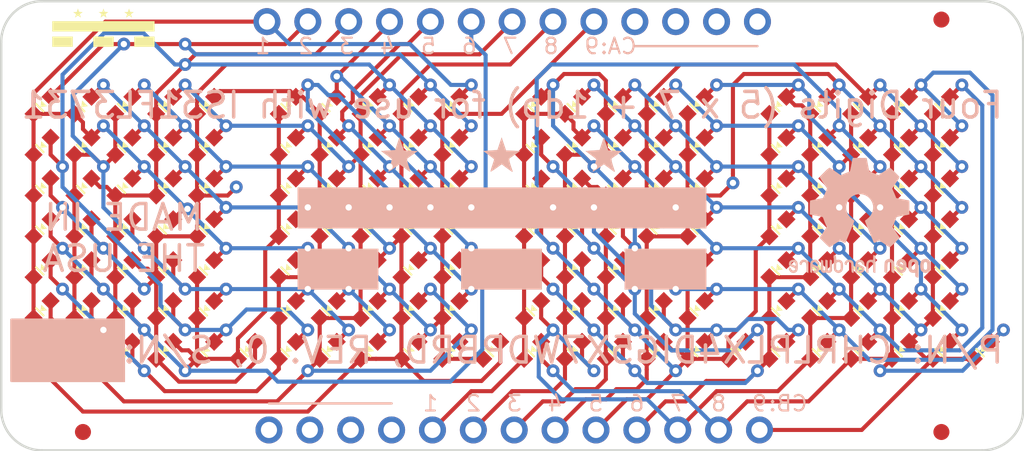
<source format=kicad_pcb>
(kicad_pcb (version 20171130) (host pcbnew 5.0.2+dfsg1-1)
  (title_block (title "Charlieplex Four Digit Board") (date 2020-12-25) (rev 0))
  (layers (0 Top signal) (31 Bottom signal) (34 B.Paste user hide) (35 F.Paste user hide) (36 B.SilkS user) (37 F.SilkS user) (38 B.Mask user hide) (39 F.Mask user hide) (44 Edge.Cuts user))
  (net 0 "")
  (net 1 /CA2)
  (net 2 /CA1)
  (net 3 /CA3)
  (net 4 /CA4)
  (net 5 /CA5)
  (net 6 /CA6)
  (net 7 /CA7)
  (net 8 /CA8)
  (net 9 /CA9)
  (net 10 /CB2)
  (net 11 /CB1)
  (net 12 /CB3)
  (net 13 /CB4)
  (net 14 /CB5)
  (net 15 /CB6)
  (net 16 /CB7)
  (net 17 /CB8)
  (net 18 /CB9)
  (module CharliePlexFourDigits:CHIPLED_0603_NOOUTLINE (layer Top) (at 121.7041 97.5106 135)
    (fp_text reference C1-8 hide)
    (fp_text value LED0603_NOOUTLINE)
    (pad A smd rect (at 0 0.75 135) (size 0.8 0.8) (layers Top F.Paste F.Mask) (net 9 /CA9))
    (pad C smd rect (at 0 -0.75 135) (size 0.8 0.8) (layers Top F.Paste F.Mask) (net 2 /CA1))
  )
  (module CharliePlexFourDigits:CHIPLED_0603_NOOUTLINE (layer Top) (at 152.1841 97.5106 135)
    (fp_text reference C1-16 hide)
    (fp_text value LED0603_NOOUTLINE)
    (pad A smd rect (at 0 0.75 135) (size 0.8 0.8) (layers Top F.Paste F.Mask) (net 18 /CB9))
    (pad C smd rect (at 0 -0.75 135) (size 0.8 0.8) (layers Top F.Paste F.Mask) (net 11 /CB1))
  )
  (module CharliePlexFourDigits:CHIPLED_0603_NOOUTLINE (layer Top) (at 119.1641 97.5106 135)
    (fp_text reference C1-1 hide)
    (fp_text value LED0603_NOOUTLINE)
    (pad A smd rect (at 0 0.75 135) (size 0.8 0.8) (layers Top F.Paste F.Mask) (net 1 /CA2))
    (pad C smd rect (at 0 -0.75 135) (size 0.8 0.8) (layers Top F.Paste F.Mask) (net 2 /CA1))
  )
  (module CharliePlexFourDigits:CHIPLED_0603_NOOUTLINE (layer Top) (at 119.1641 100.0506 135)
    (fp_text reference C1-2 hide)
    (fp_text value LED0603_NOOUTLINE)
    (pad A smd rect (at 0 0.75 135) (size 0.8 0.8) (layers Top F.Paste F.Mask) (net 3 /CA3))
    (pad C smd rect (at 0 -0.75 135) (size 0.8 0.8) (layers Top F.Paste F.Mask) (net 2 /CA1))
  )
  (module CharliePlexFourDigits:CHIPLED_0603_NOOUTLINE (layer Top) (at 119.1641 102.5906 135)
    (fp_text reference C1-3 hide)
    (fp_text value LED0603_NOOUTLINE)
    (pad A smd rect (at 0 0.75 135) (size 0.8 0.8) (layers Top F.Paste F.Mask) (net 4 /CA4))
    (pad C smd rect (at 0 -0.75 135) (size 0.8 0.8) (layers Top F.Paste F.Mask) (net 2 /CA1))
  )
  (module CharliePlexFourDigits:CHIPLED_0603_NOOUTLINE (layer Top) (at 119.1641 105.1306 135)
    (fp_text reference C1-4 hide)
    (fp_text value LED0603_NOOUTLINE)
    (pad A smd rect (at 0 0.75 135) (size 0.8 0.8) (layers Top F.Paste F.Mask) (net 5 /CA5))
    (pad C smd rect (at 0 -0.75 135) (size 0.8 0.8) (layers Top F.Paste F.Mask) (net 2 /CA1))
  )
  (module CharliePlexFourDigits:CHIPLED_0603_NOOUTLINE (layer Top) (at 119.1641 107.6706 135)
    (fp_text reference C1-5 hide)
    (fp_text value LED0603_NOOUTLINE)
    (pad A smd rect (at 0 0.75 135) (size 0.8 0.8) (layers Top F.Paste F.Mask) (net 6 /CA6))
    (pad C smd rect (at 0 -0.75 135) (size 0.8 0.8) (layers Top F.Paste F.Mask) (net 2 /CA1))
  )
  (module CharliePlexFourDigits:CHIPLED_0603_NOOUTLINE (layer Top) (at 119.1641 110.2106 135)
    (fp_text reference C1-6 hide)
    (fp_text value LED0603_NOOUTLINE)
    (pad A smd rect (at 0 0.75 135) (size 0.8 0.8) (layers Top F.Paste F.Mask) (net 7 /CA7))
    (pad C smd rect (at 0 -0.75 135) (size 0.8 0.8) (layers Top F.Paste F.Mask) (net 2 /CA1))
  )
  (module CharliePlexFourDigits:CHIPLED_0603_NOOUTLINE (layer Top) (at 119.1641 112.7506 135)
    (fp_text reference C1-7 hide)
    (fp_text value LED0603_NOOUTLINE)
    (pad A smd rect (at 0 0.75 135) (size 0.8 0.8) (layers Top F.Paste F.Mask) (net 8 /CA8))
    (pad C smd rect (at 0 -0.75 135) (size 0.8 0.8) (layers Top F.Paste F.Mask) (net 2 /CA1))
  )
  (module CharliePlexFourDigits:CHIPLED_0603_NOOUTLINE (layer Top) (at 121.7041 100.0506 135)
    (fp_text reference C2-1 hide)
    (fp_text value LED0603_NOOUTLINE)
    (pad A smd rect (at 0 0.75 135) (size 0.8 0.8) (layers Top F.Paste F.Mask) (net 2 /CA1))
    (pad C smd rect (at 0 -0.75 135) (size 0.8 0.8) (layers Top F.Paste F.Mask) (net 1 /CA2))
  )
  (module CharliePlexFourDigits:CHIPLED_0603_NOOUTLINE (layer Top) (at 121.7041 102.5906 135)
    (fp_text reference C2-2 hide)
    (fp_text value LED0603_NOOUTLINE)
    (pad A smd rect (at 0 0.75 135) (size 0.8 0.8) (layers Top F.Paste F.Mask) (net 3 /CA3))
    (pad C smd rect (at 0 -0.75 135) (size 0.8 0.8) (layers Top F.Paste F.Mask) (net 1 /CA2))
  )
  (module CharliePlexFourDigits:CHIPLED_0603_NOOUTLINE (layer Top) (at 121.7041 105.1306 135)
    (fp_text reference C2-3 hide)
    (fp_text value LED0603_NOOUTLINE)
    (pad A smd rect (at 0 0.75 135) (size 0.8 0.8) (layers Top F.Paste F.Mask) (net 4 /CA4))
    (pad C smd rect (at 0 -0.75 135) (size 0.8 0.8) (layers Top F.Paste F.Mask) (net 1 /CA2))
  )
  (module CharliePlexFourDigits:CHIPLED_0603_NOOUTLINE (layer Top) (at 121.7041 107.6706 135)
    (fp_text reference C2-4 hide)
    (fp_text value LED0603_NOOUTLINE)
    (pad A smd rect (at 0 0.75 135) (size 0.8 0.8) (layers Top F.Paste F.Mask) (net 5 /CA5))
    (pad C smd rect (at 0 -0.75 135) (size 0.8 0.8) (layers Top F.Paste F.Mask) (net 1 /CA2))
  )
  (module CharliePlexFourDigits:CHIPLED_0603_NOOUTLINE (layer Top) (at 121.7041 110.2106 135)
    (fp_text reference C2-5 hide)
    (fp_text value LED0603_NOOUTLINE)
    (pad A smd rect (at 0 0.75 135) (size 0.8 0.8) (layers Top F.Paste F.Mask) (net 6 /CA6))
    (pad C smd rect (at 0 -0.75 135) (size 0.8 0.8) (layers Top F.Paste F.Mask) (net 1 /CA2))
  )
  (module CharliePlexFourDigits:CHIPLED_0603_NOOUTLINE (layer Top) (at 121.7041 112.7506 135)
    (fp_text reference C2-6 hide)
    (fp_text value LED0603_NOOUTLINE)
    (pad A smd rect (at 0 0.75 135) (size 0.8 0.8) (layers Top F.Paste F.Mask) (net 7 /CA7))
    (pad C smd rect (at 0 -0.75 135) (size 0.8 0.8) (layers Top F.Paste F.Mask) (net 1 /CA2))
  )
  (module CharliePlexFourDigits:CHIPLED_0603_NOOUTLINE (layer Top) (at 124.2441 97.5106 135)
    (fp_text reference C2-7 hide)
    (fp_text value LED0603_NOOUTLINE)
    (pad A smd rect (at 0 0.75 135) (size 0.8 0.8) (layers Top F.Paste F.Mask) (net 8 /CA8))
    (pad C smd rect (at 0 -0.75 135) (size 0.8 0.8) (layers Top F.Paste F.Mask) (net 1 /CA2))
  )
  (module CharliePlexFourDigits:CHIPLED_0603_NOOUTLINE (layer Top) (at 124.2441 100.0506 135)
    (fp_text reference C2-8 hide)
    (fp_text value LED0603_NOOUTLINE)
    (pad A smd rect (at 0 0.75 135) (size 0.8 0.8) (layers Top F.Paste F.Mask) (net 9 /CA9))
    (pad C smd rect (at 0 -0.75 135) (size 0.8 0.8) (layers Top F.Paste F.Mask) (net 1 /CA2))
  )
  (module CharliePlexFourDigits:CHIPLED_0603_NOOUTLINE (layer Top) (at 124.2441 102.5906 135)
    (fp_text reference C3-1 hide)
    (fp_text value LED0603_NOOUTLINE)
    (pad A smd rect (at 0 0.75 135) (size 0.8 0.8) (layers Top F.Paste F.Mask) (net 2 /CA1))
    (pad C smd rect (at 0 -0.75 135) (size 0.8 0.8) (layers Top F.Paste F.Mask) (net 3 /CA3))
  )
  (module CharliePlexFourDigits:CHIPLED_0603_NOOUTLINE (layer Top) (at 124.2441 105.1306 135)
    (fp_text reference C3-2 hide)
    (fp_text value LED0603_NOOUTLINE)
    (pad A smd rect (at 0 0.75 135) (size 0.8 0.8) (layers Top F.Paste F.Mask) (net 1 /CA2))
    (pad C smd rect (at 0 -0.75 135) (size 0.8 0.8) (layers Top F.Paste F.Mask) (net 3 /CA3))
  )
  (module CharliePlexFourDigits:CHIPLED_0603_NOOUTLINE (layer Top) (at 124.2441 107.6706 135)
    (fp_text reference C3-3 hide)
    (fp_text value LED0603_NOOUTLINE)
    (pad A smd rect (at 0 0.75 135) (size 0.8 0.8) (layers Top F.Paste F.Mask) (net 4 /CA4))
    (pad C smd rect (at 0 -0.75 135) (size 0.8 0.8) (layers Top F.Paste F.Mask) (net 3 /CA3))
  )
  (module CharliePlexFourDigits:CHIPLED_0603_NOOUTLINE (layer Top) (at 124.2441 110.2106 135)
    (fp_text reference C3-4 hide)
    (fp_text value LED0603_NOOUTLINE)
    (pad A smd rect (at 0 0.75 135) (size 0.8 0.8) (layers Top F.Paste F.Mask) (net 5 /CA5))
    (pad C smd rect (at 0 -0.75 135) (size 0.8 0.8) (layers Top F.Paste F.Mask) (net 3 /CA3))
  )
  (module CharliePlexFourDigits:CHIPLED_0603_NOOUTLINE (layer Top) (at 124.2441 112.7506 135)
    (fp_text reference C3-5 hide)
    (fp_text value LED0603_NOOUTLINE)
    (pad A smd rect (at 0 0.75 135) (size 0.8 0.8) (layers Top F.Paste F.Mask) (net 6 /CA6))
    (pad C smd rect (at 0 -0.75 135) (size 0.8 0.8) (layers Top F.Paste F.Mask) (net 3 /CA3))
  )
  (module CharliePlexFourDigits:CHIPLED_0603_NOOUTLINE (layer Top) (at 126.7841 97.5106 135)
    (fp_text reference C3-6 hide)
    (fp_text value LED0603_NOOUTLINE)
    (pad A smd rect (at 0 0.75 135) (size 0.8 0.8) (layers Top F.Paste F.Mask) (net 7 /CA7))
    (pad C smd rect (at 0 -0.75 135) (size 0.8 0.8) (layers Top F.Paste F.Mask) (net 3 /CA3))
  )
  (module CharliePlexFourDigits:CHIPLED_0603_NOOUTLINE (layer Top) (at 126.7841 100.0506 135)
    (fp_text reference C3-7 hide)
    (fp_text value LED0603_NOOUTLINE)
    (pad A smd rect (at 0 0.75 135) (size 0.8 0.8) (layers Top F.Paste F.Mask) (net 8 /CA8))
    (pad C smd rect (at 0 -0.75 135) (size 0.8 0.8) (layers Top F.Paste F.Mask) (net 3 /CA3))
  )
  (module CharliePlexFourDigits:CHIPLED_0603_NOOUTLINE (layer Top) (at 126.7841 102.5906 135)
    (fp_text reference C3-8 hide)
    (fp_text value LED0603_NOOUTLINE)
    (pad A smd rect (at 0 0.75 135) (size 0.8 0.8) (layers Top F.Paste F.Mask) (net 9 /CA9))
    (pad C smd rect (at 0 -0.75 135) (size 0.8 0.8) (layers Top F.Paste F.Mask) (net 3 /CA3))
  )
  (module CharliePlexFourDigits:CHIPLED_0603_NOOUTLINE (layer Top) (at 126.7841 105.1306 135)
    (fp_text reference C4-1 hide)
    (fp_text value LED0603_NOOUTLINE)
    (pad A smd rect (at 0 0.75 135) (size 0.8 0.8) (layers Top F.Paste F.Mask) (net 2 /CA1))
    (pad C smd rect (at 0 -0.75 135) (size 0.8 0.8) (layers Top F.Paste F.Mask) (net 4 /CA4))
  )
  (module CharliePlexFourDigits:CHIPLED_0603_NOOUTLINE (layer Top) (at 126.7841 107.6706 135)
    (fp_text reference C4-2 hide)
    (fp_text value LED0603_NOOUTLINE)
    (pad A smd rect (at 0 0.75 135) (size 0.8 0.8) (layers Top F.Paste F.Mask) (net 1 /CA2))
    (pad C smd rect (at 0 -0.75 135) (size 0.8 0.8) (layers Top F.Paste F.Mask) (net 4 /CA4))
  )
  (module CharliePlexFourDigits:CHIPLED_0603_NOOUTLINE (layer Top) (at 126.7841 110.2106 135)
    (fp_text reference C4-3 hide)
    (fp_text value LED0603_NOOUTLINE)
    (pad A smd rect (at 0 0.75 135) (size 0.8 0.8) (layers Top F.Paste F.Mask) (net 3 /CA3))
    (pad C smd rect (at 0 -0.75 135) (size 0.8 0.8) (layers Top F.Paste F.Mask) (net 4 /CA4))
  )
  (module CharliePlexFourDigits:CHIPLED_0603_NOOUTLINE (layer Top) (at 126.7841 112.7506 135)
    (fp_text reference C4-4 hide)
    (fp_text value LED0603_NOOUTLINE)
    (pad A smd rect (at 0 0.75 135) (size 0.8 0.8) (layers Top F.Paste F.Mask) (net 5 /CA5))
    (pad C smd rect (at 0 -0.75 135) (size 0.8 0.8) (layers Top F.Paste F.Mask) (net 4 /CA4))
  )
  (module CharliePlexFourDigits:CHIPLED_0603_NOOUTLINE (layer Top) (at 129.3241 97.5106 135)
    (fp_text reference C4-5 hide)
    (fp_text value LED0603_NOOUTLINE)
    (pad A smd rect (at 0 0.75 135) (size 0.8 0.8) (layers Top F.Paste F.Mask) (net 6 /CA6))
    (pad C smd rect (at 0 -0.75 135) (size 0.8 0.8) (layers Top F.Paste F.Mask) (net 4 /CA4))
  )
  (module CharliePlexFourDigits:CHIPLED_0603_NOOUTLINE (layer Top) (at 129.3241 100.0506 135)
    (fp_text reference C4-6 hide)
    (fp_text value LED0603_NOOUTLINE)
    (pad A smd rect (at 0 0.75 135) (size 0.8 0.8) (layers Top F.Paste F.Mask) (net 7 /CA7))
    (pad C smd rect (at 0 -0.75 135) (size 0.8 0.8) (layers Top F.Paste F.Mask) (net 4 /CA4))
  )
  (module CharliePlexFourDigits:CHIPLED_0603_NOOUTLINE (layer Top) (at 129.3241 102.5906 135)
    (fp_text reference C4-7 hide)
    (fp_text value LED0603_NOOUTLINE)
    (pad A smd rect (at 0 0.75 135) (size 0.8 0.8) (layers Top F.Paste F.Mask) (net 8 /CA8))
    (pad C smd rect (at 0 -0.75 135) (size 0.8 0.8) (layers Top F.Paste F.Mask) (net 4 /CA4))
  )
  (module CharliePlexFourDigits:CHIPLED_0603_NOOUTLINE (layer Top) (at 129.3241 105.1306 135)
    (fp_text reference C4-8 hide)
    (fp_text value LED0603_NOOUTLINE)
    (pad A smd rect (at 0 0.75 135) (size 0.8 0.8) (layers Top F.Paste F.Mask) (net 9 /CA9))
    (pad C smd rect (at 0 -0.75 135) (size 0.8 0.8) (layers Top F.Paste F.Mask) (net 4 /CA4))
  )
  (module CharliePlexFourDigits:CHIPLED_0603_NOOUTLINE (layer Top) (at 129.3241 107.6706 135)
    (fp_text reference C5-1 hide)
    (fp_text value LED0603_NOOUTLINE)
    (pad A smd rect (at 0 0.75 135) (size 0.8 0.8) (layers Top F.Paste F.Mask) (net 2 /CA1))
    (pad C smd rect (at 0 -0.75 135) (size 0.8 0.8) (layers Top F.Paste F.Mask) (net 5 /CA5))
  )
  (module CharliePlexFourDigits:CHIPLED_0603_NOOUTLINE (layer Top) (at 129.3241 110.2106 135)
    (fp_text reference C5-2 hide)
    (fp_text value LED0603_NOOUTLINE)
    (pad A smd rect (at 0 0.75 135) (size 0.8 0.8) (layers Top F.Paste F.Mask) (net 1 /CA2))
    (pad C smd rect (at 0 -0.75 135) (size 0.8 0.8) (layers Top F.Paste F.Mask) (net 5 /CA5))
  )
  (module CharliePlexFourDigits:CHIPLED_0603_NOOUTLINE (layer Top) (at 129.3241 112.7506 135)
    (fp_text reference C5-3 hide)
    (fp_text value LED0603_NOOUTLINE)
    (pad A smd rect (at 0 0.75 135) (size 0.8 0.8) (layers Top F.Paste F.Mask) (net 3 /CA3))
    (pad C smd rect (at 0 -0.75 135) (size 0.8 0.8) (layers Top F.Paste F.Mask) (net 5 /CA5))
  )
  (module CharliePlexFourDigits:CHIPLED_0603_NOOUTLINE (layer Top) (at 131.8641 112.7506 135)
    (fp_text reference C5-4 hide)
    (fp_text value LED0603_NOOUTLINE)
    (pad A smd rect (at 0 0.75 135) (size 0.8 0.8) (layers Top F.Paste F.Mask) (net 4 /CA4))
    (pad C smd rect (at 0 -0.75 135) (size 0.8 0.8) (layers Top F.Paste F.Mask) (net 5 /CA5))
  )
  (module CharliePlexFourDigits:CHIPLED_0603_NOOUTLINE (layer Top) (at 134.4041 97.5106 135)
    (fp_text reference C5-5 hide)
    (fp_text value LED0603_NOOUTLINE)
    (pad A smd rect (at 0 0.75 135) (size 0.8 0.8) (layers Top F.Paste F.Mask) (net 6 /CA6))
    (pad C smd rect (at 0 -0.75 135) (size 0.8 0.8) (layers Top F.Paste F.Mask) (net 5 /CA5))
  )
  (module CharliePlexFourDigits:CHIPLED_0603_NOOUTLINE (layer Top) (at 134.4041 100.0506 135)
    (fp_text reference C5-6 hide)
    (fp_text value LED0603_NOOUTLINE)
    (pad A smd rect (at 0 0.75 135) (size 0.8 0.8) (layers Top F.Paste F.Mask) (net 7 /CA7))
    (pad C smd rect (at 0 -0.75 135) (size 0.8 0.8) (layers Top F.Paste F.Mask) (net 5 /CA5))
  )
  (module CharliePlexFourDigits:CHIPLED_0603_NOOUTLINE (layer Top) (at 134.4041 102.5906 135)
    (fp_text reference C5-7 hide)
    (fp_text value LED0603_NOOUTLINE)
    (pad A smd rect (at 0 0.75 135) (size 0.8 0.8) (layers Top F.Paste F.Mask) (net 8 /CA8))
    (pad C smd rect (at 0 -0.75 135) (size 0.8 0.8) (layers Top F.Paste F.Mask) (net 5 /CA5))
  )
  (module CharliePlexFourDigits:CHIPLED_0603_NOOUTLINE (layer Top) (at 134.4041 105.1306 135)
    (fp_text reference C5-8 hide)
    (fp_text value LED0603_NOOUTLINE)
    (pad A smd rect (at 0 0.75 135) (size 0.8 0.8) (layers Top F.Paste F.Mask) (net 9 /CA9))
    (pad C smd rect (at 0 -0.75 135) (size 0.8 0.8) (layers Top F.Paste F.Mask) (net 5 /CA5))
  )
  (module CharliePlexFourDigits:CHIPLED_0603_NOOUTLINE (layer Top) (at 134.4041 107.6706 135)
    (fp_text reference C6-1 hide)
    (fp_text value LED0603_NOOUTLINE)
    (pad A smd rect (at 0 0.75 135) (size 0.8 0.8) (layers Top F.Paste F.Mask) (net 2 /CA1))
    (pad C smd rect (at 0 -0.75 135) (size 0.8 0.8) (layers Top F.Paste F.Mask) (net 6 /CA6))
  )
  (module CharliePlexFourDigits:CHIPLED_0603_NOOUTLINE (layer Top) (at 134.4041 110.2106 135)
    (fp_text reference C6-2 hide)
    (fp_text value LED0603_NOOUTLINE)
    (pad A smd rect (at 0 0.75 135) (size 0.8 0.8) (layers Top F.Paste F.Mask) (net 1 /CA2))
    (pad C smd rect (at 0 -0.75 135) (size 0.8 0.8) (layers Top F.Paste F.Mask) (net 6 /CA6))
  )
  (module CharliePlexFourDigits:CHIPLED_0603_NOOUTLINE (layer Top) (at 134.4041 112.7506 135)
    (fp_text reference C6-3 hide)
    (fp_text value LED0603_NOOUTLINE)
    (pad A smd rect (at 0 0.75 135) (size 0.8 0.8) (layers Top F.Paste F.Mask) (net 3 /CA3))
    (pad C smd rect (at 0 -0.75 135) (size 0.8 0.8) (layers Top F.Paste F.Mask) (net 6 /CA6))
  )
  (module CharliePlexFourDigits:CHIPLED_0603_NOOUTLINE (layer Top) (at 136.9441 97.5106 135)
    (fp_text reference C6-4 hide)
    (fp_text value LED0603_NOOUTLINE hide)
    (pad A smd rect (at 0 0.75 135) (size 0.8 0.8) (layers Top F.Paste F.Mask) (net 4 /CA4))
    (pad C smd rect (at 0 -0.75 135) (size 0.8 0.8) (layers Top F.Paste F.Mask) (net 6 /CA6))
  )
  (module CharliePlexFourDigits:CHIPLED_0603_NOOUTLINE (layer Top) (at 136.9441 100.0506 135)
    (fp_text reference C6-5 hide)
    (fp_text value LED0603_NOOUTLINE)
    (pad A smd rect (at 0 0.75 135) (size 0.8 0.8) (layers Top F.Paste F.Mask) (net 5 /CA5))
    (pad C smd rect (at 0 -0.75 135) (size 0.8 0.8) (layers Top F.Paste F.Mask) (net 6 /CA6))
  )
  (module CharliePlexFourDigits:CHIPLED_0603_NOOUTLINE (layer Top) (at 136.9441 102.5906 135)
    (fp_text reference C6-6 hide)
    (fp_text value LED0603_NOOUTLINE)
    (pad A smd rect (at 0 0.75 135) (size 0.8 0.8) (layers Top F.Paste F.Mask) (net 7 /CA7))
    (pad C smd rect (at 0 -0.75 135) (size 0.8 0.8) (layers Top F.Paste F.Mask) (net 6 /CA6))
  )
  (module CharliePlexFourDigits:CHIPLED_0603_NOOUTLINE (layer Top) (at 136.9441 105.1306 135)
    (fp_text reference C6-7 hide)
    (fp_text value LED0603_NOOUTLINE)
    (pad A smd rect (at 0 0.75 135) (size 0.8 0.8) (layers Top F.Paste F.Mask) (net 8 /CA8))
    (pad C smd rect (at 0 -0.75 135) (size 0.8 0.8) (layers Top F.Paste F.Mask) (net 6 /CA6))
  )
  (module CharliePlexFourDigits:CHIPLED_0603_NOOUTLINE (layer Top) (at 136.9441 107.6706 135)
    (fp_text reference C6-8 hide)
    (fp_text value LED0603_NOOUTLINE)
    (pad A smd rect (at 0 0.75 135) (size 0.8 0.8) (layers Top F.Paste F.Mask) (net 9 /CA9))
    (pad C smd rect (at 0 -0.75 135) (size 0.8 0.8) (layers Top F.Paste F.Mask) (net 6 /CA6))
  )
  (module CharliePlexFourDigits:CHIPLED_0603_NOOUTLINE (layer Top) (at 136.9441 110.2106 135)
    (fp_text reference C7-1 hide)
    (fp_text value LED0603_NOOUTLINE)
    (pad A smd rect (at 0 0.75 135) (size 0.8 0.8) (layers Top F.Paste F.Mask) (net 2 /CA1))
    (pad C smd rect (at 0 -0.75 135) (size 0.8 0.8) (layers Top F.Paste F.Mask) (net 7 /CA7))
  )
  (module CharliePlexFourDigits:CHIPLED_0603_NOOUTLINE (layer Top) (at 136.9441 112.7506 135)
    (fp_text reference C7-2 hide)
    (fp_text value LED0603_NOOUTLINE)
    (pad A smd rect (at 0 0.75 135) (size 0.8 0.8) (layers Top F.Paste F.Mask) (net 1 /CA2))
    (pad C smd rect (at 0 -0.75 135) (size 0.8 0.8) (layers Top F.Paste F.Mask) (net 7 /CA7))
  )
  (module CharliePlexFourDigits:CHIPLED_0603_NOOUTLINE (layer Top) (at 139.4841 97.5106 135)
    (fp_text reference C7-3 hide)
    (fp_text value LED0603_NOOUTLINE)
    (pad A smd rect (at 0 0.75 135) (size 0.8 0.8) (layers Top F.Paste F.Mask) (net 3 /CA3))
    (pad C smd rect (at 0 -0.75 135) (size 0.8 0.8) (layers Top F.Paste F.Mask) (net 7 /CA7))
  )
  (module CharliePlexFourDigits:CHIPLED_0603_NOOUTLINE (layer Top) (at 139.4841 100.0506 135)
    (fp_text reference C7-4 hide)
    (fp_text value LED0603_NOOUTLINE)
    (pad A smd rect (at 0 0.75 135) (size 0.8 0.8) (layers Top F.Paste F.Mask) (net 4 /CA4))
    (pad C smd rect (at 0 -0.75 135) (size 0.8 0.8) (layers Top F.Paste F.Mask) (net 7 /CA7))
  )
  (module CharliePlexFourDigits:CHIPLED_0603_NOOUTLINE (layer Top) (at 139.4841 102.5906 135)
    (fp_text reference C7-5 hide)
    (fp_text value LED0603_NOOUTLINE)
    (pad A smd rect (at 0 0.75 135) (size 0.8 0.8) (layers Top F.Paste F.Mask) (net 5 /CA5))
    (pad C smd rect (at 0 -0.75 135) (size 0.8 0.8) (layers Top F.Paste F.Mask) (net 7 /CA7))
  )
  (module CharliePlexFourDigits:CHIPLED_0603_NOOUTLINE (layer Top) (at 139.4841 105.1306 135)
    (fp_text reference C7-6 hide)
    (fp_text value LED0603_NOOUTLINE)
    (pad A smd rect (at 0 0.75 135) (size 0.8 0.8) (layers Top F.Paste F.Mask) (net 6 /CA6))
    (pad C smd rect (at 0 -0.75 135) (size 0.8 0.8) (layers Top F.Paste F.Mask) (net 7 /CA7))
  )
  (module CharliePlexFourDigits:CHIPLED_0603_NOOUTLINE (layer Top) (at 139.4841 107.6706 135)
    (fp_text reference C7-7 hide)
    (fp_text value LED0603_NOOUTLINE)
    (pad A smd rect (at 0 0.75 135) (size 0.8 0.8) (layers Top F.Paste F.Mask) (net 8 /CA8))
    (pad C smd rect (at 0 -0.75 135) (size 0.8 0.8) (layers Top F.Paste F.Mask) (net 7 /CA7))
  )
  (module CharliePlexFourDigits:CHIPLED_0603_NOOUTLINE (layer Top) (at 139.4841 110.2106 135)
    (fp_text reference C7-8 hide)
    (fp_text value LED0603_NOOUTLINE)
    (pad A smd rect (at 0 0.75 135) (size 0.8 0.8) (layers Top F.Paste F.Mask) (net 9 /CA9))
    (pad C smd rect (at 0 -0.75 135) (size 0.8 0.8) (layers Top F.Paste F.Mask) (net 7 /CA7))
  )
  (module CharliePlexFourDigits:CHIPLED_0603_NOOUTLINE (layer Top) (at 139.4841 112.7506 135)
    (fp_text reference C8-1 hide)
    (fp_text value LED0603_NOOUTLINE)
    (pad A smd rect (at 0 0.75 135) (size 0.8 0.8) (layers Top F.Paste F.Mask) (net 2 /CA1))
    (pad C smd rect (at 0 -0.75 135) (size 0.8 0.8) (layers Top F.Paste F.Mask) (net 8 /CA8))
  )
  (module CharliePlexFourDigits:CHIPLED_0603_NOOUTLINE (layer Top) (at 142.0241 97.5106 135)
    (fp_text reference C8-2 hide)
    (fp_text value LED0603_NOOUTLINE)
    (pad A smd rect (at 0 0.75 135) (size 0.8 0.8) (layers Top F.Paste F.Mask) (net 1 /CA2))
    (pad C smd rect (at 0 -0.75 135) (size 0.8 0.8) (layers Top F.Paste F.Mask) (net 8 /CA8))
  )
  (module CharliePlexFourDigits:CHIPLED_0603_NOOUTLINE (layer Top) (at 142.0241 100.0506 135)
    (fp_text reference C8-3 hide)
    (fp_text value LED0603_NOOUTLINE)
    (pad A smd rect (at 0 0.75 135) (size 0.8 0.8) (layers Top F.Paste F.Mask) (net 3 /CA3))
    (pad C smd rect (at 0 -0.75 135) (size 0.8 0.8) (layers Top F.Paste F.Mask) (net 8 /CA8))
  )
  (module CharliePlexFourDigits:CHIPLED_0603_NOOUTLINE (layer Top) (at 142.0241 102.5906 135)
    (fp_text reference C8-4 hide)
    (fp_text value LED0603_NOOUTLINE)
    (pad A smd rect (at 0 0.75 135) (size 0.8 0.8) (layers Top F.Paste F.Mask) (net 4 /CA4))
    (pad C smd rect (at 0 -0.75 135) (size 0.8 0.8) (layers Top F.Paste F.Mask) (net 8 /CA8))
  )
  (module CharliePlexFourDigits:CHIPLED_0603_NOOUTLINE (layer Top) (at 142.0241 105.1306 135)
    (fp_text reference C8-5 hide)
    (fp_text value LED0603_NOOUTLINE)
    (pad A smd rect (at 0 0.75 135) (size 0.8 0.8) (layers Top F.Paste F.Mask) (net 5 /CA5))
    (pad C smd rect (at 0 -0.75 135) (size 0.8 0.8) (layers Top F.Paste F.Mask) (net 8 /CA8))
  )
  (module CharliePlexFourDigits:CHIPLED_0603_NOOUTLINE (layer Top) (at 142.0241 107.6706 135)
    (fp_text reference C8-6 hide)
    (fp_text value LED0603_NOOUTLINE)
    (pad A smd rect (at 0 0.75 135) (size 0.8 0.8) (layers Top F.Paste F.Mask) (net 6 /CA6))
    (pad C smd rect (at 0 -0.75 135) (size 0.8 0.8) (layers Top F.Paste F.Mask) (net 8 /CA8))
  )
  (module CharliePlexFourDigits:CHIPLED_0603_NOOUTLINE (layer Top) (at 142.0241 110.2106 135)
    (fp_text reference C8-7 hide)
    (fp_text value LED0603_NOOUTLINE)
    (pad A smd rect (at 0 0.75 135) (size 0.8 0.8) (layers Top F.Paste F.Mask) (net 7 /CA7))
    (pad C smd rect (at 0 -0.75 135) (size 0.8 0.8) (layers Top F.Paste F.Mask) (net 8 /CA8))
  )
  (module CharliePlexFourDigits:CHIPLED_0603_NOOUTLINE (layer Top) (at 142.0241 112.7506 135)
    (fp_text reference C8-8 hide)
    (fp_text value LED0603_NOOUTLINE)
    (pad A smd rect (at 0 0.75 135) (size 0.8 0.8) (layers Top F.Paste F.Mask) (net 9 /CA9))
    (pad C smd rect (at 0 -0.75 135) (size 0.8 0.8) (layers Top F.Paste F.Mask) (net 8 /CA8))
  )
  (module CharliePlexFourDigits:CHIPLED_0603_NOOUTLINE (layer Top) (at 144.5641 97.5106 135)
    (fp_text reference C9-1 hide)
    (fp_text value LED0603_NOOUTLINE)
    (pad A smd rect (at 0 0.75 135) (size 0.8 0.8) (layers Top F.Paste F.Mask) (net 2 /CA1))
    (pad C smd rect (at 0 -0.75 135) (size 0.8 0.8) (layers Top F.Paste F.Mask) (net 9 /CA9))
  )
  (module CharliePlexFourDigits:CHIPLED_0603_NOOUTLINE (layer Top) (at 144.5641 100.0506 135)
    (fp_text reference C9-2 hide)
    (fp_text value LED0603_NOOUTLINE)
    (pad A smd rect (at 0 0.75 135) (size 0.8 0.8) (layers Top F.Paste F.Mask) (net 1 /CA2))
    (pad C smd rect (at 0 -0.75 135) (size 0.8 0.8) (layers Top F.Paste F.Mask) (net 9 /CA9))
  )
  (module CharliePlexFourDigits:CHIPLED_0603_NOOUTLINE (layer Top) (at 144.5641 102.5906 135)
    (fp_text reference C9-3 hide)
    (fp_text value LED0603_NOOUTLINE)
    (pad A smd rect (at 0 0.75 135) (size 0.8 0.8) (layers Top F.Paste F.Mask) (net 3 /CA3))
    (pad C smd rect (at 0 -0.75 135) (size 0.8 0.8) (layers Top F.Paste F.Mask) (net 9 /CA9))
  )
  (module CharliePlexFourDigits:CHIPLED_0603_NOOUTLINE (layer Top) (at 144.5641 105.1306 135)
    (fp_text reference C9-4 hide)
    (fp_text value LED0603_NOOUTLINE)
    (pad A smd rect (at 0 0.75 135) (size 0.8 0.8) (layers Top F.Paste F.Mask) (net 4 /CA4))
    (pad C smd rect (at 0 -0.75 135) (size 0.8 0.8) (layers Top F.Paste F.Mask) (net 9 /CA9))
  )
  (module CharliePlexFourDigits:CHIPLED_0603_NOOUTLINE (layer Top) (at 144.5641 107.6706 135)
    (fp_text reference C9-5 hide)
    (fp_text value LED0603_NOOUTLINE)
    (pad A smd rect (at 0 0.75 135) (size 0.8 0.8) (layers Top F.Paste F.Mask) (net 5 /CA5))
    (pad C smd rect (at 0 -0.75 135) (size 0.8 0.8) (layers Top F.Paste F.Mask) (net 9 /CA9))
  )
  (module CharliePlexFourDigits:CHIPLED_0603_NOOUTLINE (layer Top) (at 144.5641 110.2106 135)
    (fp_text reference C9-6 hide)
    (fp_text value LED0603_NOOUTLINE)
    (pad A smd rect (at 0 0.75 135) (size 0.8 0.8) (layers Top F.Paste F.Mask) (net 6 /CA6))
    (pad C smd rect (at 0 -0.75 135) (size 0.8 0.8) (layers Top F.Paste F.Mask) (net 9 /CA9))
  )
  (module CharliePlexFourDigits:CHIPLED_0603_NOOUTLINE (layer Top) (at 144.5641 112.7506 135)
    (fp_text reference C9-7 hide)
    (fp_text value LED0603_NOOUTLINE)
    (pad A smd rect (at 0 0.75 135) (size 0.8 0.8) (layers Top F.Paste F.Mask) (net 7 /CA7))
    (pad C smd rect (at 0 -0.75 135) (size 0.8 0.8) (layers Top F.Paste F.Mask) (net 9 /CA9))
  )
  (module CharliePlexFourDigits:CHIPLED_0603_NOOUTLINE (layer Top) (at 147.1041 112.7506 135)
    (fp_text reference C9-8 hide)
    (fp_text value LED0603_NOOUTLINE)
    (pad A smd rect (at 0 0.75 135) (size 0.8 0.8) (layers Top F.Paste F.Mask) (net 8 /CA8))
    (pad C smd rect (at 0 -0.75 135) (size 0.8 0.8) (layers Top F.Paste F.Mask) (net 9 /CA9))
  )
  (module CharliePlexFourDigits:CHIPLED_0603_NOOUTLINE (layer Top) (at 149.6441 97.5106 135)
    (fp_text reference C1-9 hide)
    (fp_text value LED0603_NOOUTLINE)
    (pad A smd rect (at 0 0.75 135) (size 0.8 0.8) (layers Top F.Paste F.Mask) (net 10 /CB2))
    (pad C smd rect (at 0 -0.75 135) (size 0.8 0.8) (layers Top F.Paste F.Mask) (net 11 /CB1))
  )
  (module CharliePlexFourDigits:CHIPLED_0603_NOOUTLINE (layer Top) (at 149.6441 100.0506 135)
    (fp_text reference C1-10 hide)
    (fp_text value LED0603_NOOUTLINE)
    (pad A smd rect (at 0 0.75 135) (size 0.8 0.8) (layers Top F.Paste F.Mask) (net 12 /CB3))
    (pad C smd rect (at 0 -0.75 135) (size 0.8 0.8) (layers Top F.Paste F.Mask) (net 11 /CB1))
  )
  (module CharliePlexFourDigits:CHIPLED_0603_NOOUTLINE (layer Top) (at 149.6441 102.5906 135)
    (fp_text reference C1-11 hide)
    (fp_text value LED0603_NOOUTLINE)
    (pad A smd rect (at 0 0.75 135) (size 0.8 0.8) (layers Top F.Paste F.Mask) (net 13 /CB4))
    (pad C smd rect (at 0 -0.75 135) (size 0.8 0.8) (layers Top F.Paste F.Mask) (net 11 /CB1))
  )
  (module CharliePlexFourDigits:CHIPLED_0603_NOOUTLINE (layer Top) (at 149.6441 105.1306 135)
    (fp_text reference C1-12 hide)
    (fp_text value LED0603_NOOUTLINE)
    (pad A smd rect (at 0 0.75 135) (size 0.8 0.8) (layers Top F.Paste F.Mask) (net 14 /CB5))
    (pad C smd rect (at 0 -0.75 135) (size 0.8 0.8) (layers Top F.Paste F.Mask) (net 11 /CB1))
  )
  (module CharliePlexFourDigits:CHIPLED_0603_NOOUTLINE (layer Top) (at 149.6441 107.6706 135)
    (fp_text reference C1-13 hide)
    (fp_text value LED0603_NOOUTLINE)
    (pad A smd rect (at 0 0.75 135) (size 0.8 0.8) (layers Top F.Paste F.Mask) (net 15 /CB6))
    (pad C smd rect (at 0 -0.75 135) (size 0.8 0.8) (layers Top F.Paste F.Mask) (net 11 /CB1))
  )
  (module CharliePlexFourDigits:CHIPLED_0603_NOOUTLINE (layer Top) (at 149.6441 110.2106 135)
    (fp_text reference C1-14 hide)
    (fp_text value LED0603_NOOUTLINE)
    (pad A smd rect (at 0 0.75 135) (size 0.8 0.8) (layers Top F.Paste F.Mask) (net 16 /CB7))
    (pad C smd rect (at 0 -0.75 135) (size 0.8 0.8) (layers Top F.Paste F.Mask) (net 11 /CB1))
  )
  (module CharliePlexFourDigits:CHIPLED_0603_NOOUTLINE (layer Top) (at 149.6441 112.7506 135)
    (fp_text reference C1-15 hide)
    (fp_text value LED0603_NOOUTLINE)
    (pad A smd rect (at 0 0.75 135) (size 0.8 0.8) (layers Top F.Paste F.Mask) (net 17 /CB8))
    (pad C smd rect (at 0 -0.75 135) (size 0.8 0.8) (layers Top F.Paste F.Mask) (net 11 /CB1))
  )
  (module CharliePlexFourDigits:CHIPLED_0603_NOOUTLINE (layer Top) (at 152.1841 100.0506 135)
    (fp_text reference C2-9 hide)
    (fp_text value LED0603_NOOUTLINE)
    (pad A smd rect (at 0 0.75 135) (size 0.8 0.8) (layers Top F.Paste F.Mask) (net 11 /CB1))
    (pad C smd rect (at 0 -0.75 135) (size 0.8 0.8) (layers Top F.Paste F.Mask) (net 10 /CB2))
  )
  (module CharliePlexFourDigits:CHIPLED_0603_NOOUTLINE (layer Top) (at 152.1841 102.5906 135)
    (fp_text reference C2-10 hide)
    (fp_text value LED0603_NOOUTLINE)
    (pad A smd rect (at 0 0.75 135) (size 0.8 0.8) (layers Top F.Paste F.Mask) (net 12 /CB3))
    (pad C smd rect (at 0 -0.75 135) (size 0.8 0.8) (layers Top F.Paste F.Mask) (net 10 /CB2))
  )
  (module CharliePlexFourDigits:CHIPLED_0603_NOOUTLINE (layer Top) (at 152.1841 105.1306 135)
    (fp_text reference C2-11 hide)
    (fp_text value LED0603_NOOUTLINE)
    (pad A smd rect (at 0 0.75 135) (size 0.8 0.8) (layers Top F.Paste F.Mask) (net 13 /CB4))
    (pad C smd rect (at 0 -0.75 135) (size 0.8 0.8) (layers Top F.Paste F.Mask) (net 10 /CB2))
  )
  (module CharliePlexFourDigits:CHIPLED_0603_NOOUTLINE (layer Top) (at 152.1841 107.6706 135)
    (fp_text reference C2-12 hide)
    (fp_text value LED0603_NOOUTLINE)
    (pad A smd rect (at 0 0.75 135) (size 0.8 0.8) (layers Top F.Paste F.Mask) (net 14 /CB5))
    (pad C smd rect (at 0 -0.75 135) (size 0.8 0.8) (layers Top F.Paste F.Mask) (net 10 /CB2))
  )
  (module CharliePlexFourDigits:CHIPLED_0603_NOOUTLINE (layer Top) (at 152.1841 110.2106 135)
    (fp_text reference C2-13 hide)
    (fp_text value LED0603_NOOUTLINE)
    (pad A smd rect (at 0 0.75 135) (size 0.8 0.8) (layers Top F.Paste F.Mask) (net 15 /CB6))
    (pad C smd rect (at 0 -0.75 135) (size 0.8 0.8) (layers Top F.Paste F.Mask) (net 10 /CB2))
  )
  (module CharliePlexFourDigits:CHIPLED_0603_NOOUTLINE (layer Top) (at 152.1841 112.7506 135)
    (fp_text reference C2-14 hide)
    (fp_text value LED0603_NOOUTLINE)
    (pad A smd rect (at 0 0.75 135) (size 0.8 0.8) (layers Top F.Paste F.Mask) (net 16 /CB7))
    (pad C smd rect (at 0 -0.75 135) (size 0.8 0.8) (layers Top F.Paste F.Mask) (net 10 /CB2))
  )
  (module CharliePlexFourDigits:CHIPLED_0603_NOOUTLINE (layer Top) (at 154.7241 97.5106 135)
    (fp_text reference C2-15 hide)
    (fp_text value LED0603_NOOUTLINE)
    (pad A smd rect (at 0 0.75 135) (size 0.8 0.8) (layers Top F.Paste F.Mask) (net 17 /CB8))
    (pad C smd rect (at 0 -0.75 135) (size 0.8 0.8) (layers Top F.Paste F.Mask) (net 10 /CB2))
  )
  (module CharliePlexFourDigits:CHIPLED_0603_NOOUTLINE (layer Top) (at 154.7241 100.0506 135)
    (fp_text reference C2-16 hide)
    (fp_text value LED0603_NOOUTLINE)
    (pad A smd rect (at 0 0.75 135) (size 0.8 0.8) (layers Top F.Paste F.Mask) (net 18 /CB9))
    (pad C smd rect (at 0 -0.75 135) (size 0.8 0.8) (layers Top F.Paste F.Mask) (net 10 /CB2))
  )
  (module CharliePlexFourDigits:CHIPLED_0603_NOOUTLINE (layer Top) (at 154.7241 102.5906 135)
    (fp_text reference C3-9 hide)
    (fp_text value LED0603_NOOUTLINE)
    (pad A smd rect (at 0 0.75 135) (size 0.8 0.8) (layers Top F.Paste F.Mask) (net 11 /CB1))
    (pad C smd rect (at 0 -0.75 135) (size 0.8 0.8) (layers Top F.Paste F.Mask) (net 12 /CB3))
  )
  (module CharliePlexFourDigits:CHIPLED_0603_NOOUTLINE (layer Top) (at 154.7241 105.1306 135)
    (fp_text reference C3-10 hide)
    (fp_text value LED0603_NOOUTLINE)
    (pad A smd rect (at 0 0.75 135) (size 0.8 0.8) (layers Top F.Paste F.Mask) (net 10 /CB2))
    (pad C smd rect (at 0 -0.75 135) (size 0.8 0.8) (layers Top F.Paste F.Mask) (net 12 /CB3))
  )
  (module CharliePlexFourDigits:CHIPLED_0603_NOOUTLINE (layer Top) (at 154.7241 107.6706 135)
    (fp_text reference C3-11 hide)
    (fp_text value LED0603_NOOUTLINE)
    (pad A smd rect (at 0 0.75 135) (size 0.8 0.8) (layers Top F.Paste F.Mask) (net 13 /CB4))
    (pad C smd rect (at 0 -0.75 135) (size 0.8 0.8) (layers Top F.Paste F.Mask) (net 12 /CB3))
  )
  (module CharliePlexFourDigits:CHIPLED_0603_NOOUTLINE (layer Top) (at 154.7241 110.2106 135)
    (fp_text reference C3-12 hide)
    (fp_text value LED0603_NOOUTLINE)
    (pad A smd rect (at 0 0.75 135) (size 0.8 0.8) (layers Top F.Paste F.Mask) (net 14 /CB5))
    (pad C smd rect (at 0 -0.75 135) (size 0.8 0.8) (layers Top F.Paste F.Mask) (net 12 /CB3))
  )
  (module CharliePlexFourDigits:CHIPLED_0603_NOOUTLINE (layer Top) (at 154.7241 112.7506 135)
    (fp_text reference C3-13 hide)
    (fp_text value LED0603_NOOUTLINE)
    (pad A smd rect (at 0 0.75 135) (size 0.8 0.8) (layers Top F.Paste F.Mask) (net 15 /CB6))
    (pad C smd rect (at 0 -0.75 135) (size 0.8 0.8) (layers Top F.Paste F.Mask) (net 12 /CB3))
  )
  (module CharliePlexFourDigits:CHIPLED_0603_NOOUTLINE (layer Top) (at 157.2641 97.5106 135)
    (fp_text reference C3-14 hide)
    (fp_text value LED0603_NOOUTLINE)
    (pad A smd rect (at 0 0.75 135) (size 0.8 0.8) (layers Top F.Paste F.Mask) (net 16 /CB7))
    (pad C smd rect (at 0 -0.75 135) (size 0.8 0.8) (layers Top F.Paste F.Mask) (net 12 /CB3))
  )
  (module CharliePlexFourDigits:CHIPLED_0603_NOOUTLINE (layer Top) (at 157.2641 100.0506 135)
    (fp_text reference C3-15 hide)
    (fp_text value LED0603_NOOUTLINE)
    (pad A smd rect (at 0 0.75 135) (size 0.8 0.8) (layers Top F.Paste F.Mask) (net 17 /CB8))
    (pad C smd rect (at 0 -0.75 135) (size 0.8 0.8) (layers Top F.Paste F.Mask) (net 12 /CB3))
  )
  (module CharliePlexFourDigits:CHIPLED_0603_NOOUTLINE (layer Top) (at 157.2641 102.5906 135)
    (fp_text reference C3-16 hide)
    (fp_text value LED0603_NOOUTLINE)
    (pad A smd rect (at 0 0.75 135) (size 0.8 0.8) (layers Top F.Paste F.Mask) (net 18 /CB9))
    (pad C smd rect (at 0 -0.75 135) (size 0.8 0.8) (layers Top F.Paste F.Mask) (net 12 /CB3))
  )
  (module CharliePlexFourDigits:CHIPLED_0603_NOOUTLINE (layer Top) (at 157.2641 105.1306 135)
    (fp_text reference C4-9 hide)
    (fp_text value LED0603_NOOUTLINE)
    (pad A smd rect (at 0 0.75 135) (size 0.8 0.8) (layers Top F.Paste F.Mask) (net 11 /CB1))
    (pad C smd rect (at 0 -0.75 135) (size 0.8 0.8) (layers Top F.Paste F.Mask) (net 13 /CB4))
  )
  (module CharliePlexFourDigits:CHIPLED_0603_NOOUTLINE (layer Top) (at 157.2641 107.6706 135)
    (fp_text reference C4-10 hide)
    (fp_text value LED0603_NOOUTLINE)
    (pad A smd rect (at 0 0.75 135) (size 0.8 0.8) (layers Top F.Paste F.Mask) (net 10 /CB2))
    (pad C smd rect (at 0 -0.75 135) (size 0.8 0.8) (layers Top F.Paste F.Mask) (net 13 /CB4))
  )
  (module CharliePlexFourDigits:CHIPLED_0603_NOOUTLINE (layer Top) (at 157.2641 110.2106 135)
    (fp_text reference C4-11 hide)
    (fp_text value LED0603_NOOUTLINE)
    (pad A smd rect (at 0 0.75 135) (size 0.8 0.8) (layers Top F.Paste F.Mask) (net 12 /CB3))
    (pad C smd rect (at 0 -0.75 135) (size 0.8 0.8) (layers Top F.Paste F.Mask) (net 13 /CB4))
  )
  (module CharliePlexFourDigits:CHIPLED_0603_NOOUTLINE (layer Top) (at 157.2641 112.7506 135)
    (fp_text reference C4-12 hide)
    (fp_text value LED0603_NOOUTLINE)
    (pad A smd rect (at 0 0.75 135) (size 0.8 0.8) (layers Top F.Paste F.Mask) (net 14 /CB5))
    (pad C smd rect (at 0 -0.75 135) (size 0.8 0.8) (layers Top F.Paste F.Mask) (net 13 /CB4))
  )
  (module CharliePlexFourDigits:CHIPLED_0603_NOOUTLINE (layer Top) (at 159.8041 97.5106 135)
    (fp_text reference C4-13 hide)
    (fp_text value LED0603_NOOUTLINE)
    (pad A smd rect (at 0 0.75 135) (size 0.8 0.8) (layers Top F.Paste F.Mask) (net 15 /CB6))
    (pad C smd rect (at 0 -0.75 135) (size 0.8 0.8) (layers Top F.Paste F.Mask) (net 13 /CB4))
  )
  (module CharliePlexFourDigits:CHIPLED_0603_NOOUTLINE (layer Top) (at 159.8041 100.0506 135)
    (fp_text reference C4-14 hide)
    (fp_text value LED0603_NOOUTLINE)
    (pad A smd rect (at 0 0.75 135) (size 0.8 0.8) (layers Top F.Paste F.Mask) (net 16 /CB7))
    (pad C smd rect (at 0 -0.75 135) (size 0.8 0.8) (layers Top F.Paste F.Mask) (net 13 /CB4))
  )
  (module CharliePlexFourDigits:CHIPLED_0603_NOOUTLINE (layer Top) (at 159.8041 102.5906 135)
    (fp_text reference C4-15 hide)
    (fp_text value LED0603_NOOUTLINE)
    (pad A smd rect (at 0 0.75 135) (size 0.8 0.8) (layers Top F.Paste F.Mask) (net 17 /CB8))
    (pad C smd rect (at 0 -0.75 135) (size 0.8 0.8) (layers Top F.Paste F.Mask) (net 13 /CB4))
  )
  (module CharliePlexFourDigits:CHIPLED_0603_NOOUTLINE (layer Top) (at 159.8041 105.1306 135)
    (fp_text reference C4-16 hide)
    (fp_text value LED0603_NOOUTLINE)
    (pad A smd rect (at 0 0.75 135) (size 0.8 0.8) (layers Top F.Paste F.Mask) (net 18 /CB9))
    (pad C smd rect (at 0 -0.75 135) (size 0.8 0.8) (layers Top F.Paste F.Mask) (net 13 /CB4))
  )
  (module CharliePlexFourDigits:CHIPLED_0603_NOOUTLINE (layer Top) (at 159.8041 107.6706 135)
    (fp_text reference C5-9 hide)
    (fp_text value LED0603_NOOUTLINE)
    (pad A smd rect (at 0 0.75 135) (size 0.8 0.8) (layers Top F.Paste F.Mask) (net 11 /CB1))
    (pad C smd rect (at 0 -0.75 135) (size 0.8 0.8) (layers Top F.Paste F.Mask) (net 14 /CB5))
  )
  (module CharliePlexFourDigits:CHIPLED_0603_NOOUTLINE (layer Top) (at 159.8041 110.2106 135)
    (fp_text reference C5-10 hide)
    (fp_text value LED0603_NOOUTLINE)
    (pad A smd rect (at 0 0.75 135) (size 0.8 0.8) (layers Top F.Paste F.Mask) (net 10 /CB2))
    (pad C smd rect (at 0 -0.75 135) (size 0.8 0.8) (layers Top F.Paste F.Mask) (net 14 /CB5))
  )
  (module CharliePlexFourDigits:CHIPLED_0603_NOOUTLINE (layer Top) (at 159.8041 112.7506 135)
    (fp_text reference C5-11 hide)
    (fp_text value LED0603_NOOUTLINE)
    (pad A smd rect (at 0 0.75 135) (size 0.8 0.8) (layers Top F.Paste F.Mask) (net 12 /CB3))
    (pad C smd rect (at 0 -0.75 135) (size 0.8 0.8) (layers Top F.Paste F.Mask) (net 14 /CB5))
  )
  (module CharliePlexFourDigits:CHIPLED_0603_NOOUTLINE (layer Top) (at 162.3441 112.7506 135)
    (fp_text reference C5-12 hide)
    (fp_text value LED0603_NOOUTLINE)
    (pad A smd rect (at 0 0.75 135) (size 0.8 0.8) (layers Top F.Paste F.Mask) (net 13 /CB4))
    (pad C smd rect (at 0 -0.75 135) (size 0.8 0.8) (layers Top F.Paste F.Mask) (net 14 /CB5))
  )
  (module CharliePlexFourDigits:CHIPLED_0603_NOOUTLINE (layer Top) (at 164.8841 97.5106 135)
    (fp_text reference C5-13 hide)
    (fp_text value LED0603_NOOUTLINE)
    (pad A smd rect (at 0 0.75 135) (size 0.8 0.8) (layers Top F.Paste F.Mask) (net 15 /CB6))
    (pad C smd rect (at 0 -0.75 135) (size 0.8 0.8) (layers Top F.Paste F.Mask) (net 14 /CB5))
  )
  (module CharliePlexFourDigits:CHIPLED_0603_NOOUTLINE (layer Top) (at 164.8841 100.0506 135)
    (fp_text reference C5-14 hide)
    (fp_text value LED0603_NOOUTLINE)
    (pad A smd rect (at 0 0.75 135) (size 0.8 0.8) (layers Top F.Paste F.Mask) (net 16 /CB7))
    (pad C smd rect (at 0 -0.75 135) (size 0.8 0.8) (layers Top F.Paste F.Mask) (net 14 /CB5))
  )
  (module CharliePlexFourDigits:CHIPLED_0603_NOOUTLINE (layer Top) (at 164.8841 102.5906 135)
    (fp_text reference C5-15 hide)
    (fp_text value LED0603_NOOUTLINE)
    (pad A smd rect (at 0 0.75 135) (size 0.8 0.8) (layers Top F.Paste F.Mask) (net 17 /CB8))
    (pad C smd rect (at 0 -0.75 135) (size 0.8 0.8) (layers Top F.Paste F.Mask) (net 14 /CB5))
  )
  (module CharliePlexFourDigits:CHIPLED_0603_NOOUTLINE (layer Top) (at 164.8841 105.1306 135)
    (fp_text reference C5-16 hide)
    (fp_text value LED0603_NOOUTLINE)
    (pad A smd rect (at 0 0.75 135) (size 0.8 0.8) (layers Top F.Paste F.Mask) (net 18 /CB9))
    (pad C smd rect (at 0 -0.75 135) (size 0.8 0.8) (layers Top F.Paste F.Mask) (net 14 /CB5))
  )
  (module CharliePlexFourDigits:CHIPLED_0603_NOOUTLINE (layer Top) (at 164.8841 107.6706 135)
    (fp_text reference C6-9 hide)
    (fp_text value LED0603_NOOUTLINE)
    (pad A smd rect (at 0 0.75 135) (size 0.8 0.8) (layers Top F.Paste F.Mask) (net 11 /CB1))
    (pad C smd rect (at 0 -0.75 135) (size 0.8 0.8) (layers Top F.Paste F.Mask) (net 15 /CB6))
  )
  (module CharliePlexFourDigits:CHIPLED_0603_NOOUTLINE (layer Top) (at 164.8841 110.2106 135)
    (fp_text reference C6-10 hide)
    (fp_text value LED0603_NOOUTLINE)
    (pad A smd rect (at 0 0.75 135) (size 0.8 0.8) (layers Top F.Paste F.Mask) (net 10 /CB2))
    (pad C smd rect (at 0 -0.75 135) (size 0.8 0.8) (layers Top F.Paste F.Mask) (net 15 /CB6))
  )
  (module CharliePlexFourDigits:CHIPLED_0603_NOOUTLINE (layer Top) (at 164.8841 112.7506 135)
    (fp_text reference C6-11 hide)
    (fp_text value LED0603_NOOUTLINE)
    (pad A smd rect (at 0 0.75 135) (size 0.8 0.8) (layers Top F.Paste F.Mask) (net 12 /CB3))
    (pad C smd rect (at 0 -0.75 135) (size 0.8 0.8) (layers Top F.Paste F.Mask) (net 15 /CB6))
  )
  (module CharliePlexFourDigits:CHIPLED_0603_NOOUTLINE (layer Top) (at 167.4241 97.5106 135)
    (fp_text reference C6-12 hide)
    (fp_text value LED0603_NOOUTLINE)
    (pad A smd rect (at 0 0.75 135) (size 0.8 0.8) (layers Top F.Paste F.Mask) (net 13 /CB4))
    (pad C smd rect (at 0 -0.75 135) (size 0.8 0.8) (layers Top F.Paste F.Mask) (net 15 /CB6))
  )
  (module CharliePlexFourDigits:CHIPLED_0603_NOOUTLINE (layer Top) (at 167.4241 100.0506 135)
    (fp_text reference C6-13 hide)
    (fp_text value LED0603_NOOUTLINE)
    (pad A smd rect (at 0 0.75 135) (size 0.8 0.8) (layers Top F.Paste F.Mask) (net 14 /CB5))
    (pad C smd rect (at 0 -0.75 135) (size 0.8 0.8) (layers Top F.Paste F.Mask) (net 15 /CB6))
  )
  (module CharliePlexFourDigits:CHIPLED_0603_NOOUTLINE (layer Top) (at 167.4241 102.5906 135)
    (fp_text reference C6-14 hide)
    (fp_text value LED0603_NOOUTLINE)
    (pad A smd rect (at 0 0.75 135) (size 0.8 0.8) (layers Top F.Paste F.Mask) (net 16 /CB7))
    (pad C smd rect (at 0 -0.75 135) (size 0.8 0.8) (layers Top F.Paste F.Mask) (net 15 /CB6))
  )
  (module CharliePlexFourDigits:CHIPLED_0603_NOOUTLINE (layer Top) (at 167.4241 105.1306 135)
    (fp_text reference C6-15 hide)
    (fp_text value LED0603_NOOUTLINE)
    (pad A smd rect (at 0 0.75 135) (size 0.8 0.8) (layers Top F.Paste F.Mask) (net 17 /CB8))
    (pad C smd rect (at 0 -0.75 135) (size 0.8 0.8) (layers Top F.Paste F.Mask) (net 15 /CB6))
  )
  (module CharliePlexFourDigits:CHIPLED_0603_NOOUTLINE (layer Top) (at 167.4241 107.6706 135)
    (fp_text reference C6-16 hide)
    (fp_text value LED0603_NOOUTLINE)
    (pad A smd rect (at 0 0.75 135) (size 0.8 0.8) (layers Top F.Paste F.Mask) (net 18 /CB9))
    (pad C smd rect (at 0 -0.75 135) (size 0.8 0.8) (layers Top F.Paste F.Mask) (net 15 /CB6))
  )
  (module CharliePlexFourDigits:CHIPLED_0603_NOOUTLINE (layer Top) (at 167.4241 110.2106 135)
    (fp_text reference C7-9 hide)
    (fp_text value LED0603_NOOUTLINE)
    (pad A smd rect (at 0 0.75 135) (size 0.8 0.8) (layers Top F.Paste F.Mask) (net 11 /CB1))
    (pad C smd rect (at 0 -0.75 135) (size 0.8 0.8) (layers Top F.Paste F.Mask) (net 16 /CB7))
  )
  (module CharliePlexFourDigits:CHIPLED_0603_NOOUTLINE (layer Top) (at 167.4241 112.7506 135)
    (fp_text reference C7-10 hide)
    (fp_text value LED0603_NOOUTLINE)
    (pad A smd rect (at 0 0.75 135) (size 0.8 0.8) (layers Top F.Paste F.Mask) (net 10 /CB2))
    (pad C smd rect (at 0 -0.75 135) (size 0.8 0.8) (layers Top F.Paste F.Mask) (net 16 /CB7))
  )
  (module CharliePlexFourDigits:CHIPLED_0603_NOOUTLINE (layer Top) (at 169.9641 97.5106 135)
    (fp_text reference C7-11 hide)
    (fp_text value LED0603_NOOUTLINE)
    (pad A smd rect (at 0 0.75 135) (size 0.8 0.8) (layers Top F.Paste F.Mask) (net 12 /CB3))
    (pad C smd rect (at 0 -0.75 135) (size 0.8 0.8) (layers Top F.Paste F.Mask) (net 16 /CB7))
  )
  (module CharliePlexFourDigits:CHIPLED_0603_NOOUTLINE (layer Top) (at 169.9641 100.0506 135)
    (fp_text reference C7-12 hide)
    (fp_text value LED0603_NOOUTLINE)
    (pad A smd rect (at 0 0.75 135) (size 0.8 0.8) (layers Top F.Paste F.Mask) (net 13 /CB4))
    (pad C smd rect (at 0 -0.75 135) (size 0.8 0.8) (layers Top F.Paste F.Mask) (net 16 /CB7))
  )
  (module CharliePlexFourDigits:CHIPLED_0603_NOOUTLINE (layer Top) (at 169.9641 102.5906 135)
    (fp_text reference C7-13 hide)
    (fp_text value LED0603_NOOUTLINE)
    (pad A smd rect (at 0 0.75 135) (size 0.8 0.8) (layers Top F.Paste F.Mask) (net 14 /CB5))
    (pad C smd rect (at 0 -0.75 135) (size 0.8 0.8) (layers Top F.Paste F.Mask) (net 16 /CB7))
  )
  (module CharliePlexFourDigits:CHIPLED_0603_NOOUTLINE (layer Top) (at 169.9641 105.1306 135)
    (fp_text reference C7-14 hide)
    (fp_text value LED0603_NOOUTLINE)
    (pad A smd rect (at 0 0.75 135) (size 0.8 0.8) (layers Top F.Paste F.Mask) (net 15 /CB6))
    (pad C smd rect (at 0 -0.75 135) (size 0.8 0.8) (layers Top F.Paste F.Mask) (net 16 /CB7))
  )
  (module CharliePlexFourDigits:CHIPLED_0603_NOOUTLINE (layer Top) (at 169.9641 107.6706 135)
    (fp_text reference C7-15 hide)
    (fp_text value LED0603_NOOUTLINE)
    (pad A smd rect (at 0 0.75 135) (size 0.8 0.8) (layers Top F.Paste F.Mask) (net 17 /CB8))
    (pad C smd rect (at 0 -0.75 135) (size 0.8 0.8) (layers Top F.Paste F.Mask) (net 16 /CB7))
  )
  (module CharliePlexFourDigits:CHIPLED_0603_NOOUTLINE (layer Top) (at 169.9641 110.2106 135)
    (fp_text reference C7-16 hide)
    (fp_text value LED0603_NOOUTLINE)
    (pad A smd rect (at 0 0.75 135) (size 0.8 0.8) (layers Top F.Paste F.Mask) (net 18 /CB9))
    (pad C smd rect (at 0 -0.75 135) (size 0.8 0.8) (layers Top F.Paste F.Mask) (net 16 /CB7))
  )
  (module CharliePlexFourDigits:CHIPLED_0603_NOOUTLINE (layer Top) (at 169.9641 112.7506 135)
    (fp_text reference C8-9 hide)
    (fp_text value LED0603_NOOUTLINE)
    (pad A smd rect (at 0 0.75 135) (size 0.8 0.8) (layers Top F.Paste F.Mask) (net 11 /CB1))
    (pad C smd rect (at 0 -0.75 135) (size 0.8 0.8) (layers Top F.Paste F.Mask) (net 17 /CB8))
  )
  (module CharliePlexFourDigits:CHIPLED_0603_NOOUTLINE (layer Top) (at 172.5041 97.5106 135)
    (fp_text reference C8-10 hide)
    (fp_text value LED0603_NOOUTLINE)
    (pad A smd rect (at 0 0.75 135) (size 0.8 0.8) (layers Top F.Paste F.Mask) (net 10 /CB2))
    (pad C smd rect (at 0 -0.75 135) (size 0.8 0.8) (layers Top F.Paste F.Mask) (net 17 /CB8))
  )
  (module CharliePlexFourDigits:CHIPLED_0603_NOOUTLINE (layer Top) (at 172.5041 100.0506 135)
    (fp_text reference C8-11 hide)
    (fp_text value LED0603_NOOUTLINE)
    (pad A smd rect (at 0 0.75 135) (size 0.8 0.8) (layers Top F.Paste F.Mask) (net 12 /CB3))
    (pad C smd rect (at 0 -0.75 135) (size 0.8 0.8) (layers Top F.Paste F.Mask) (net 17 /CB8))
  )
  (module CharliePlexFourDigits:CHIPLED_0603_NOOUTLINE (layer Top) (at 172.5041 102.5906 135)
    (fp_text reference C8-12 hide)
    (fp_text value LED0603_NOOUTLINE)
    (pad A smd rect (at 0 0.75 135) (size 0.8 0.8) (layers Top F.Paste F.Mask) (net 13 /CB4))
    (pad C smd rect (at 0 -0.75 135) (size 0.8 0.8) (layers Top F.Paste F.Mask) (net 17 /CB8))
  )
  (module CharliePlexFourDigits:CHIPLED_0603_NOOUTLINE (layer Top) (at 172.5041 105.1306 135)
    (fp_text reference C8-13 hide)
    (fp_text value LED0603_NOOUTLINE)
    (pad A smd rect (at 0 0.75 135) (size 0.8 0.8) (layers Top F.Paste F.Mask) (net 14 /CB5))
    (pad C smd rect (at 0 -0.75 135) (size 0.8 0.8) (layers Top F.Paste F.Mask) (net 17 /CB8))
  )
  (module CharliePlexFourDigits:CHIPLED_0603_NOOUTLINE (layer Top) (at 172.5041 107.6706 135)
    (fp_text reference C8-14 hide)
    (fp_text value LED0603_NOOUTLINE)
    (pad A smd rect (at 0 0.75 135) (size 0.8 0.8) (layers Top F.Paste F.Mask) (net 15 /CB6))
    (pad C smd rect (at 0 -0.75 135) (size 0.8 0.8) (layers Top F.Paste F.Mask) (net 17 /CB8))
  )
  (module CharliePlexFourDigits:CHIPLED_0603_NOOUTLINE (layer Top) (at 172.5041 110.2106 135)
    (fp_text reference C8-15 hide)
    (fp_text value LED0603_NOOUTLINE)
    (pad A smd rect (at 0 0.75 135) (size 0.8 0.8) (layers Top F.Paste F.Mask) (net 16 /CB7))
    (pad C smd rect (at 0 -0.75 135) (size 0.8 0.8) (layers Top F.Paste F.Mask) (net 17 /CB8))
  )
  (module CharliePlexFourDigits:CHIPLED_0603_NOOUTLINE (layer Top) (at 172.5041 112.7506 135)
    (fp_text reference C8-16 hide)
    (fp_text value LED0603_NOOUTLINE)
    (pad A smd rect (at 0 0.75 135) (size 0.8 0.8) (layers Top F.Paste F.Mask) (net 18 /CB9))
    (pad C smd rect (at 0 -0.75 135) (size 0.8 0.8) (layers Top F.Paste F.Mask) (net 17 /CB8))
  )
  (module CharliePlexFourDigits:CHIPLED_0603_NOOUTLINE (layer Top) (at 175.0441 97.5106 135)
    (fp_text reference C9-9 hide)
    (fp_text value LED0603_NOOUTLINE)
    (pad A smd rect (at 0 0.75 135) (size 0.8 0.8) (layers Top F.Paste F.Mask) (net 11 /CB1))
    (pad C smd rect (at 0 -0.75 135) (size 0.8 0.8) (layers Top F.Paste F.Mask) (net 18 /CB9))
  )
  (module CharliePlexFourDigits:CHIPLED_0603_NOOUTLINE (layer Top) (at 175.0441 100.0506 135)
    (fp_text reference C9-10 hide)
    (fp_text value LED0603_NOOUTLINE)
    (pad A smd rect (at 0 0.75 135) (size 0.8 0.8) (layers Top F.Paste F.Mask) (net 10 /CB2))
    (pad C smd rect (at 0 -0.75 135) (size 0.8 0.8) (layers Top F.Paste F.Mask) (net 18 /CB9))
  )
  (module CharliePlexFourDigits:CHIPLED_0603_NOOUTLINE (layer Top) (at 175.0441 102.5906 135)
    (fp_text reference C9-11 hide)
    (fp_text value LED0603_NOOUTLINE)
    (pad A smd rect (at 0 0.75 135) (size 0.8 0.8) (layers Top F.Paste F.Mask) (net 12 /CB3))
    (pad C smd rect (at 0 -0.75 135) (size 0.8 0.8) (layers Top F.Paste F.Mask) (net 18 /CB9))
  )
  (module CharliePlexFourDigits:CHIPLED_0603_NOOUTLINE (layer Top) (at 175.0441 105.1306 135)
    (fp_text reference C9-12 hide)
    (fp_text value LED0603_NOOUTLINE)
    (pad A smd rect (at 0 0.75 135) (size 0.8 0.8) (layers Top F.Paste F.Mask) (net 13 /CB4))
    (pad C smd rect (at 0 -0.75 135) (size 0.8 0.8) (layers Top F.Paste F.Mask) (net 18 /CB9))
  )
  (module CharliePlexFourDigits:CHIPLED_0603_NOOUTLINE (layer Top) (at 175.0441 107.6706 135)
    (fp_text reference C9-13 hide)
    (fp_text value LED0603_NOOUTLINE)
    (pad A smd rect (at 0 0.75 135) (size 0.8 0.8) (layers Top F.Paste F.Mask) (net 14 /CB5))
    (pad C smd rect (at 0 -0.75 135) (size 0.8 0.8) (layers Top F.Paste F.Mask) (net 18 /CB9))
  )
  (module CharliePlexFourDigits:CHIPLED_0603_NOOUTLINE (layer Top) (at 175.0441 110.2106 135)
    (fp_text reference C9-14 hide)
    (fp_text value LED0603_NOOUTLINE)
    (pad A smd rect (at 0 0.75 135) (size 0.8 0.8) (layers Top F.Paste F.Mask) (net 15 /CB6))
    (pad C smd rect (at 0 -0.75 135) (size 0.8 0.8) (layers Top F.Paste F.Mask) (net 18 /CB9))
  )
  (module CharliePlexFourDigits:CHIPLED_0603_NOOUTLINE (layer Top) (at 175.0441 112.7506 135)
    (fp_text reference C9-15 hide)
    (fp_text value LED0603_NOOUTLINE)
    (pad A smd rect (at 0 0.75 135) (size 0.8 0.8) (layers Top F.Paste F.Mask) (net 16 /CB7))
    (pad C smd rect (at 0 -0.75 135) (size 0.8 0.8) (layers Top F.Paste F.Mask) (net 18 /CB9))
  )
  (module CharliePlexFourDigits:CHIPLED_0603_NOOUTLINE (layer Top) (at 177.5841 112.7506 135)
    (fp_text reference C9-16 hide)
    (fp_text value LED0603_NOOUTLINE)
    (pad A smd rect (at 0 0.75 135) (size 0.8 0.8) (layers Top F.Paste F.Mask) (net 17 /CB8))
    (pad C smd rect (at 0 -0.75 135) (size 0.8 0.8) (layers Top F.Paste F.Mask) (net 18 /CB9))
  )
  (module CharliePlexFourDigits:FIDUCIAL_1MM (layer Top) (at 175.0441 92.1766)
    (fp_text reference FID1 hide)
    (fp_text value FIDUCIAL"" hide)
    (pad 1 smd roundrect (at 0 0) (size 1 1) (layers Top F.Mask) (roundrect_rratio 0.5))
  )
  (module CharliePlexFourDigits:FIDUCIAL_1MM (layer Top) (at 121.7041 117.8306)
    (fp_text reference FID2 hide)
    (fp_text value FIDUCIAL"" hide)
    (pad 1 smd roundrect (at 0 0) (size 1 1) (layers Top F.Mask) (roundrect_rratio 0.5))
  )
  (module CharliePlexFourDigits:1X13_ROUND_70 (layer Top) (at 148.3741 92.3036)
    (fp_text reference JP1 hide)
    (fp_text value HEADER-1X13)
    (pad 13 thru_hole circle (at 15.24 0 90) (size 1.6764 1.6764) (drill 1) (layers *.Cu *.Mask))
    (pad 12 thru_hole circle (at 12.7 0 90) (size 1.6764 1.6764) (drill 1) (layers *.Cu *.Mask))
    (pad 11 thru_hole circle (at 10.16 0 90) (size 1.6764 1.6764) (drill 1) (layers *.Cu *.Mask))
    (pad 10 thru_hole circle (at 7.62 0 90) (size 1.6764 1.6764) (drill 1) (layers *.Cu *.Mask))
    (pad 9 thru_hole circle (at 5.08 0 90) (size 1.6764 1.6764) (drill 1) (layers *.Cu *.Mask) (net 9 /CA9))
    (pad 8 thru_hole circle (at 2.54 0 90) (size 1.6764 1.6764) (drill 1) (layers *.Cu *.Mask) (net 8 /CA8))
    (pad 7 thru_hole circle (at 0 0 90) (size 1.6764 1.6764) (drill 1) (layers *.Cu *.Mask) (net 7 /CA7))
    (pad 6 thru_hole circle (at -2.54 0 90) (size 1.6764 1.6764) (drill 1) (layers *.Cu *.Mask) (net 6 /CA6))
    (pad 5 thru_hole circle (at -5.08 0 90) (size 1.6764 1.6764) (drill 1) (layers *.Cu *.Mask) (net 5 /CA5))
    (pad 4 thru_hole circle (at -7.62 0 90) (size 1.6764 1.6764) (drill 1) (layers *.Cu *.Mask) (net 4 /CA4))
    (pad 3 thru_hole circle (at -10.16 0 90) (size 1.6764 1.6764) (drill 1) (layers *.Cu *.Mask) (net 3 /CA3))
    (pad 2 thru_hole circle (at -12.7 0 90) (size 1.6764 1.6764) (drill 1) (layers *.Cu *.Mask) (net 1 /CA2))
    (pad 1 thru_hole circle (at -15.24 0 90) (size 1.6764 1.6764) (drill 1) (layers *.Cu *.Mask) (net 2 /CA1))
  )
  (module CharliePlexFourDigits:1X13_ROUND_70 (layer Top) (at 148.5011 117.7036)
    (fp_text reference JP4 hide)
    (fp_text value HEADER-1X13)
    (pad 13 thru_hole circle (at 15.24 0 90) (size 1.6764 1.6764) (drill 1) (layers *.Cu *.Mask) (net 18 /CB9))
    (pad 12 thru_hole circle (at 12.7 0 90) (size 1.6764 1.6764) (drill 1) (layers *.Cu *.Mask) (net 17 /CB8))
    (pad 11 thru_hole circle (at 10.16 0 90) (size 1.6764 1.6764) (drill 1) (layers *.Cu *.Mask) (net 16 /CB7))
    (pad 10 thru_hole circle (at 7.62 0 90) (size 1.6764 1.6764) (drill 1) (layers *.Cu *.Mask) (net 15 /CB6))
    (pad 9 thru_hole circle (at 5.08 0 90) (size 1.6764 1.6764) (drill 1) (layers *.Cu *.Mask) (net 14 /CB5))
    (pad 8 thru_hole circle (at 2.54 0 90) (size 1.6764 1.6764) (drill 1) (layers *.Cu *.Mask) (net 13 /CB4))
    (pad 7 thru_hole circle (at 0 0 90) (size 1.6764 1.6764) (drill 1) (layers *.Cu *.Mask) (net 12 /CB3))
    (pad 6 thru_hole circle (at -2.54 0 90) (size 1.6764 1.6764) (drill 1) (layers *.Cu *.Mask) (net 10 /CB2))
    (pad 5 thru_hole circle (at -5.08 0 90) (size 1.6764 1.6764) (drill 1) (layers *.Cu *.Mask) (net 11 /CB1))
    (pad 4 thru_hole circle (at -7.62 0 90) (size 1.6764 1.6764) (drill 1) (layers *.Cu *.Mask))
    (pad 3 thru_hole circle (at -10.16 0 90) (size 1.6764 1.6764) (drill 1) (layers *.Cu *.Mask))
    (pad 2 thru_hole circle (at -12.7 0 90) (size 1.6764 1.6764) (drill 1) (layers *.Cu *.Mask))
    (pad 1 thru_hole circle (at -15.24 0 90) (size 1.6764 1.6764) (drill 1) (layers *.Cu *.Mask))
  )
  (module CharliePlexFourDigits:FIDUCIAL_1MM (layer Top) (at 175.0441 117.8306)
    (fp_text reference FID3 hide)
    (fp_text value FIDUCIAL"" hide)
    (pad 1 smd roundrect (at 0 0) (size 1 1) (layers Top F.Mask) (roundrect_rratio 0.5))
  )
  (module User_PCB_Libraries:DCelectronics_logo3 (layer Top) (at 122.9741 93.0656)
    (fp_text reference G*** hide)
    (fp_text value LOGO hide)
  )
  (module User_PCB_Libraries:DCelectronics_logo1 (layer Bottom) (at 147.7391 105.7656 180)
    (fp_text reference G*** hide)
    (fp_text value LOGO hide)
  )
  (module Symbol:OSHW-Logo2_9.8x8mm_SilkScreen (layer Bottom) (at 169.9641 104.4956 180)
    (fp_text reference REF** hide)
    (fp_text value OSHW-Logo2_9.8x8mm_SilkScreen hide)
  )
  (gr_poly (pts (xy 124.2441 110.8456) (xy 124.2441 114.6556) (xy 117.2591 114.6556) (xy 117.2591 110.8456)) (layer B.SilkS) (width 0.15))
  (gr_text "P/N: CHRLPLX4DIG5X7WDPBRD, REV. 0, S/N:" (at 151.5491 112.7506) (layer B.SilkS) (effects (font (size 1.59258 1.59258) (thickness 0.217932)) (justify mirror)))
  (gr_text "MADE IN\nTHE USA" (at 124.2441 105.7656) (layer B.SilkS) (effects (font (size 1.59258 1.59258) (thickness 0.217932)) (justify mirror)))
  (gr_text CA: (at 154.9781 93.8276) (layer B.SilkS) (effects (font (size 0.9652 0.9652) (thickness 0.13208)) (justify mirror)))
  (gr_text CB: (at 165.5191 116.0526) (layer B.SilkS) (effects (font (size 0.9652 0.9652) (thickness 0.13208)) (justify mirror)))
  (gr_line (start 116.6241 93.5736) (end 116.6241 116.4336) (layer Edge.Cuts) (width 0.15))
  (gr_arc (start 119.1641 116.4336) (end 116.6241 116.4336) (angle -90) (layer Edge.Cuts) (width 0.15))
  (gr_line (start 119.1641 118.9736) (end 177.5841 118.9736) (layer Edge.Cuts) (width 0.15))
  (gr_arc (start 177.5841 116.4336) (end 177.5841 118.9736) (angle -90) (layer Edge.Cuts) (width 0.15))
  (gr_line (start 180.1241 116.4336) (end 180.1241 93.5736) (layer Edge.Cuts) (width 0.15))
  (gr_arc (start 177.5841 93.5736) (end 180.1241 93.5736) (angle -90) (layer Edge.Cuts) (width 0.15))
  (gr_line (start 177.5841 91.0336) (end 119.1641 91.0336) (layer Edge.Cuts) (width 0.15))
  (gr_arc (start 119.1641 93.5736) (end 119.1641 91.0336) (angle -90) (layer Edge.Cuts) (width 0.15))
  (gr_text 1 (at 132.8801 93.8276) (layer B.SilkS) (effects (font (size 0.9652 0.9652) (thickness 0.13208)) (justify mirror)))
  (gr_text 2 (at 135.5471 93.8276) (layer B.SilkS) (effects (font (size 0.9652 0.9652) (thickness 0.13208)) (justify mirror)))
  (gr_text 3 (at 138.0871 93.8276) (layer B.SilkS) (effects (font (size 0.9652 0.9652) (thickness 0.13208)) (justify mirror)))
  (gr_text 4 (at 140.6271 93.8276) (layer B.SilkS) (effects (font (size 0.9652 0.9652) (thickness 0.13208)) (justify mirror)))
  (gr_text 5 (at 143.1671 93.8276) (layer B.SilkS) (effects (font (size 0.9652 0.9652) (thickness 0.13208)) (justify mirror)))
  (gr_text 6 (at 145.7071 93.8276) (layer B.SilkS) (effects (font (size 0.9652 0.9652) (thickness 0.13208)) (justify mirror)))
  (gr_text 7 (at 148.2471 93.8276) (layer B.SilkS) (effects (font (size 0.9652 0.9652) (thickness 0.13208)) (justify mirror)))
  (gr_text 8 (at 150.7871 93.8276) (layer B.SilkS) (effects (font (size 0.9652 0.9652) (thickness 0.13208)) (justify mirror)))
  (gr_text 9 (at 153.3271 93.8276) (layer B.SilkS) (effects (font (size 0.9652 0.9652) (thickness 0.13208)) (justify mirror)))
  (gr_text 1 (at 143.2941 116.0526) (layer B.SilkS) (effects (font (size 0.9652 0.9652) (thickness 0.13208)) (justify mirror)))
  (gr_text 2 (at 145.9611 116.0526) (layer B.SilkS) (effects (font (size 0.9652 0.9652) (thickness 0.13208)) (justify mirror)))
  (gr_text 3 (at 148.5011 116.0526) (layer B.SilkS) (effects (font (size 0.9652 0.9652) (thickness 0.13208)) (justify mirror)))
  (gr_text 4 (at 151.0411 116.0526) (layer B.SilkS) (effects (font (size 0.9652 0.9652) (thickness 0.13208)) (justify mirror)))
  (gr_text 5 (at 153.5811 116.0526) (layer B.SilkS) (effects (font (size 0.9652 0.9652) (thickness 0.13208)) (justify mirror)))
  (gr_text 6 (at 156.1211 116.0526) (layer B.SilkS) (effects (font (size 0.9652 0.9652) (thickness 0.13208)) (justify mirror)))
  (gr_text 7 (at 158.6611 116.0526) (layer B.SilkS) (effects (font (size 0.9652 0.9652) (thickness 0.13208)) (justify mirror)))
  (gr_text 8 (at 161.2011 116.0526) (layer B.SilkS) (effects (font (size 0.9652 0.9652) (thickness 0.13208)) (justify mirror)))
  (gr_text 9 (at 163.7411 116.0526) (layer B.SilkS) (effects (font (size 0.9652 0.9652) (thickness 0.13208)) (justify mirror)))
  (gr_line (start 140.8811 116.0526) (end 133.2611 116.0526) (layer B.SilkS) (width 0.15))
  (gr_line (start 163.6141 93.8276) (end 155.9941 93.8276) (layer B.SilkS) (width 0.15))
  (gr_text "Four Digits (5 x 7 + 1dp) for use with IS31FL3731" (at 148.3741 97.5106) (layer B.SilkS) (effects (font (size 1.59258 1.5367) (thickness 0.217932)) (justify mirror)))
  (via (at 128.0541 93.7006) (size 0.8001) (drill 0.3937) (layers Top Bottom) (net 1))
  (via (at 145.8341 98.7806) (size 0.8001) (drill 0.3937) (layers Top Bottom) (net 1))
  (via (at 143.2941 96.2406) (size 0.8001) (drill 0.3937) (layers Top Bottom) (net 1))
  (via (at 122.9741 101.3206) (size 0.8001) (drill 0.3937) (layers Top Bottom) (net 1))
  (via (at 124.2441 93.7006) (size 0.8001) (drill 0.3937) (layers Top Bottom) (net 1))
  (via (at 130.5941 108.9406) (size 0.8001) (drill 0.3937) (layers Top Bottom) (net 1))
  (via (at 135.6741 108.9406) (size 0.8001) (drill 0.3937) (layers Top Bottom) (net 1))
  (via (at 138.2141 111.4806) (size 0.8001) (drill 0.3937) (layers Top Bottom) (net 1))
  (segment (start 121.17377 100.58093) (end 121.17377 113.28093) (width 0.254) (layer Top) (net 1))
  (segment (start 123.71377 98.04093) (end 123.71377 100.58093) (width 0.254) (layer Top) (net 1))
  (segment (start 129.85443 109.68027) (end 130.5941 108.9406) (width 0.254) (layer Top) (net 1))
  (segment (start 122.9741 93.7006) (end 119.69443 96.98027) (width 0.254) (layer Top) (net 1))
  (segment (start 135.6741 92.3036) (end 134.2771 93.7006) (width 0.254) (layer Top) (net 1))
  (segment (start 134.2771 93.7006) (end 122.9741 93.7006) (width 0.254) (layer Top) (net 1))
  (segment (start 138.2141 111.4806) (end 137.47443 112.22027) (width 0.254) (layer Top) (net 1))
  (segment (start 122.23443 100.58093) (end 122.9741 101.3206) (width 0.254) (layer Top) (net 1))
  (segment (start 121.17377 100.58093) (end 122.23443 100.58093) (width 0.254) (layer Top) (net 1))
  (segment (start 122.9741 101.3206) (end 123.71377 100.58093) (width 0.254) (layer Top) (net 1))
  (segment (start 127.31443 108.20093) (end 127.654051 108.540551) (width 0.254) (layer Top) (net 1))
  (via (at 128.0541 108.9406) (size 0.8001) (drill 0.3937) (layers Top Bottom) (net 1))
  (segment (start 127.31443 107.14027) (end 127.31443 108.20093) (width 0.254) (layer Top) (net 1))
  (segment (start 127.654051 108.540551) (end 128.0541 108.9406) (width 0.254) (layer Top) (net 1))
  (segment (start 124.77443 104.60027) (end 124.77443 105.66093) (width 0.254) (layer Top) (net 1))
  (via (at 125.5141 106.4006) (size 0.8001) (drill 0.3937) (layers Top Bottom) (net 1))
  (segment (start 125.114051 106.000551) (end 125.5141 106.4006) (width 0.254) (layer Top) (net 1))
  (segment (start 124.77443 105.66093) (end 125.114051 106.000551) (width 0.254) (layer Top) (net 1))
  (segment (start 122.9741 103.8606) (end 122.9741 101.3206) (width 0.254) (layer Bottom) (net 1))
  (segment (start 130.5941 108.9406) (end 128.0541 108.9406) (width 0.254) (layer Bottom) (net 1))
  (segment (start 128.0541 108.9406) (end 122.9741 103.8606) (width 0.254) (layer Bottom) (net 1))
  (segment (start 124.2441 93.7006) (end 121.0691 96.8756) (width 0.254) (layer Bottom) (net 1))
  (segment (start 121.0691 99.4156) (end 122.9741 101.3206) (width 0.254) (layer Bottom) (net 1))
  (segment (start 121.0691 96.8756) (end 121.0691 99.4156) (width 0.254) (layer Bottom) (net 1))
  (segment (start 135.6741 108.9406) (end 134.93443 109.68027) (width 0.254) (layer Top) (net 1))
  (segment (start 135.6741 108.9406) (end 138.2141 111.4806) (width 0.254) (layer Bottom) (net 1))
  (segment (start 130.5941 108.9406) (end 135.6741 108.9406) (width 0.254) (layer Bottom) (net 1))
  (segment (start 145.8341 98.7806) (end 145.09443 99.52027) (width 0.254) (layer Top) (net 1))
  (segment (start 143.2941 96.2406) (end 142.55443 96.98027) (width 0.254) (layer Top) (net 1))
  (segment (start 143.2941 96.2406) (end 145.8341 98.7806) (width 0.254) (layer Bottom) (net 1))
  (segment (start 143.2941 96.2406) (end 141.3891 94.3356) (width 0.254) (layer Bottom) (net 1))
  (segment (start 141.3891 94.3356) (end 128.6891 94.3356) (width 0.254) (layer Bottom) (net 1))
  (segment (start 128.6891 94.3356) (end 128.0541 93.7006) (width 0.254) (layer Bottom) (net 1))
  (via (at 145.8341 96.2406) (size 0.8001) (drill 0.3937) (layers Top Bottom) (net 2))
  (via (at 140.7541 111.4806) (size 0.8001) (drill 0.3937) (layers Top Bottom) (net 2))
  (via (at 138.2141 108.9406) (size 0.8001) (drill 0.3937) (layers Top Bottom) (net 2))
  (via (at 135.6741 106.4006) (size 0.8001) (drill 0.3937) (layers Top Bottom) (net 2))
  (via (at 122.9741 98.7806) (size 0.8001) (drill 0.3937) (layers Top Bottom) (net 2))
  (via (at 125.5141 101.3206) (size 0.8001) (drill 0.3937) (layers Top Bottom) (net 2))
  (segment (start 118.63377 113.28093) (end 118.63377 98.04093) (width 0.254) (layer Top) (net 2))
  (segment (start 118.63377 98.04093) (end 121.17377 98.04093) (width 0.254) (layer Top) (net 2))
  (segment (start 124.77443 102.06027) (end 125.5141 101.3206) (width 0.254) (layer Top) (net 2))
  (segment (start 122.23443 99.52027) (end 122.9741 98.7806) (width 0.254) (layer Top) (net 2))
  (segment (start 140.01443 112.22027) (end 140.7541 111.4806) (width 0.254) (layer Top) (net 2))
  (segment (start 137.47443 109.68027) (end 138.2141 108.9406) (width 0.254) (layer Top) (net 2))
  (segment (start 134.93443 107.14027) (end 135.6741 106.4006) (width 0.254) (layer Top) (net 2))
  (segment (start 118.63377 96.77093) (end 118.63377 98.04093) (width 0.254) (layer Top) (net 2))
  (segment (start 133.1341 92.3036) (end 123.1011 92.3036) (width 0.254) (layer Top) (net 2))
  (segment (start 123.1011 92.3036) (end 118.63377 96.77093) (width 0.254) (layer Top) (net 2))
  (segment (start 121.7041 98.98994) (end 122.23443 99.52027) (width 0.254) (layer Top) (net 2))
  (segment (start 121.17377 98.04093) (end 121.7041 98.57126) (width 0.254) (layer Top) (net 2))
  (segment (start 121.7041 98.57126) (end 121.7041 98.98994) (width 0.254) (layer Top) (net 2))
  (segment (start 127.961649 103.953051) (end 128.196973 103.953051) (width 0.254) (layer Top) (net 2))
  (segment (start 127.31443 104.60027) (end 127.961649 103.953051) (width 0.254) (layer Top) (net 2))
  (via (at 128.196973 103.953051) (size 0.8001) (drill 0.3937) (layers Top Bottom) (net 2))
  (segment (start 122.9741 98.7806) (end 130.594104 106.400604) (width 0.254) (layer Bottom) (net 2))
  (segment (start 129.85443 107.14027) (end 130.594096 106.400604) (width 0.254) (layer Top) (net 2))
  (segment (start 130.594096 106.400604) (end 130.594104 106.400604) (width 0.254) (layer Top) (net 2))
  (via (at 130.594104 106.400604) (size 0.8001) (drill 0.3937) (layers Top Bottom) (net 2))
  (segment (start 130.594108 106.4006) (end 130.594104 106.400604) (width 0.254) (layer Bottom) (net 2))
  (segment (start 135.6741 106.4006) (end 130.594108 106.4006) (width 0.254) (layer Bottom) (net 2))
  (segment (start 140.7541 111.4806) (end 135.6741 106.4006) (width 0.254) (layer Bottom) (net 2))
  (segment (start 145.8341 96.2406) (end 145.09443 96.98027) (width 0.254) (layer Top) (net 2))
  (segment (start 145.8341 96.2406) (end 144.5641 96.2406) (width 0.254) (layer Bottom) (net 2))
  (segment (start 144.5641 96.2406) (end 142.0241 93.7006) (width 0.254) (layer Bottom) (net 2))
  (segment (start 134.5311 93.7006) (end 133.1341 92.3036) (width 0.254) (layer Bottom) (net 2))
  (segment (start 142.0241 93.7006) (end 134.5311 93.7006) (width 0.254) (layer Bottom) (net 2))
  (via (at 128.0541 94.9706) (size 0.8001) (drill 0.3937) (layers Top Bottom) (net 3))
  (via (at 120.4341 101.3206) (size 0.8001) (drill 0.3937) (layers Top Bottom) (net 3))
  (via (at 128.0541 111.4806) (size 0.8001) (drill 0.3937) (layers Top Bottom) (net 3))
  (via (at 130.5941 111.4806) (size 0.8001) (drill 0.3937) (layers Top Bottom) (net 3))
  (via (at 135.6741 111.4806) (size 0.8001) (drill 0.3937) (layers Top Bottom) (net 3))
  (via (at 145.8341 101.3206) (size 0.8001) (drill 0.3937) (layers Top Bottom) (net 3))
  (via (at 143.2941 98.7806) (size 0.8001) (drill 0.3937) (layers Top Bottom) (net 3))
  (via (at 140.7541 96.2406) (size 0.8001) (drill 0.3937) (layers Top Bottom) (net 3))
  (segment (start 123.71377 103.12093) (end 123.71377 113.28093) (width 0.254) (layer Top) (net 3))
  (segment (start 128.6891 94.3356) (end 126.25377 96.77093) (width 0.254) (layer Top) (net 3))
  (segment (start 138.2141 92.3036) (end 136.1821 94.3356) (width 0.254) (layer Top) (net 3))
  (segment (start 126.25377 96.77093) (end 126.25377 98.04093) (width 0.254) (layer Top) (net 3))
  (segment (start 136.1821 94.3356) (end 128.6891 94.3356) (width 0.254) (layer Top) (net 3))
  (segment (start 119.69443 100.58093) (end 119.69443 99.52027) (width 0.254) (layer Top) (net 3))
  (segment (start 120.4341 101.3206) (end 119.69443 100.58093) (width 0.254) (layer Top) (net 3))
  (segment (start 123.71377 103.12093) (end 126.25377 103.12093) (width 0.254) (layer Top) (net 3))
  (segment (start 129.85443 112.22027) (end 130.5941 111.4806) (width 0.254) (layer Top) (net 3))
  (segment (start 128.0541 111.4806) (end 130.5941 111.4806) (width 0.254) (layer Bottom) (net 3))
  (segment (start 126.25377 101.585347) (end 126.25377 103.12093) (width 0.254) (layer Top) (net 3))
  (segment (start 126.25377 98.04093) (end 126.25377 101.585347) (width 0.254) (layer Top) (net 3))
  (segment (start 128.0541 94.9706) (end 127.4191 94.9706) (width 0.254) (layer Bottom) (net 3))
  (segment (start 125.469649 93.021149) (end 123.018551 93.021149) (width 0.254) (layer Bottom) (net 3))
  (segment (start 127.4191 94.9706) (end 125.469649 93.021149) (width 0.254) (layer Bottom) (net 3))
  (segment (start 120.4341 95.6056) (end 120.4341 101.3206) (width 0.254) (layer Bottom) (net 3))
  (segment (start 123.018551 93.021149) (end 120.4341 95.6056) (width 0.254) (layer Bottom) (net 3))
  (segment (start 135.274051 111.080551) (end 135.6741 111.4806) (width 0.254) (layer Bottom) (net 3))
  (segment (start 130.5941 111.4806) (end 131.8641 110.2106) (width 0.254) (layer Bottom) (net 3))
  (segment (start 134.4041 110.2106) (end 135.274051 111.080551) (width 0.254) (layer Bottom) (net 3))
  (segment (start 131.8641 110.2106) (end 134.4041 110.2106) (width 0.254) (layer Bottom) (net 3))
  (segment (start 135.6741 111.4806) (end 134.93443 112.22027) (width 0.254) (layer Top) (net 3))
  (segment (start 140.01443 96.98027) (end 140.7541 96.2406) (width 0.254) (layer Top) (net 3))
  (segment (start 142.55443 99.52027) (end 143.2941 98.7806) (width 0.254) (layer Top) (net 3))
  (segment (start 145.09443 102.06027) (end 145.8341 101.3206) (width 0.254) (layer Top) (net 3))
  (segment (start 122.23443 102.06027) (end 122.76476 102.5906) (width 0.254) (layer Top) (net 3))
  (segment (start 123.18344 102.5906) (end 123.71377 103.12093) (width 0.254) (layer Top) (net 3))
  (segment (start 122.76476 102.5906) (end 123.18344 102.5906) (width 0.254) (layer Top) (net 3))
  (segment (start 145.8341 101.3206) (end 140.7541 96.2406) (width 0.254) (layer Bottom) (net 3))
  (segment (start 139.4841 94.9706) (end 140.7541 96.2406) (width 0.254) (layer Bottom) (net 3))
  (segment (start 128.0541 94.9706) (end 139.4841 94.9706) (width 0.254) (layer Bottom) (net 3))
  (segment (start 127.31443 110.74093) (end 128.0541 111.4806) (width 0.254) (layer Top) (net 3))
  (segment (start 127.31443 109.68027) (end 127.31443 110.74093) (width 0.254) (layer Top) (net 3))
  (segment (start 126.5301 109.9566) (end 128.0541 111.4806) (width 0.254) (layer Bottom) (net 3))
  (segment (start 126.5301 108.6866) (end 126.5301 109.9566) (width 0.254) (layer Bottom) (net 3))
  (segment (start 120.4341 101.3206) (end 120.4341 102.5906) (width 0.254) (layer Bottom) (net 3))
  (segment (start 120.4341 102.5906) (end 126.5301 108.6866) (width 0.254) (layer Bottom) (net 3))
  (via (at 122.9741 106.4006) (size 0.8001) (drill 0.3937) (layers Top Bottom) (net 4))
  (via (at 145.8341 103.8606) (size 0.8001) (drill 0.3937) (layers Top Bottom) (net 4))
  (via (at 143.2941 101.3206) (size 0.8001) (drill 0.3937) (layers Top Bottom) (net 4))
  (via (at 140.7541 98.7806) (size 0.8001) (drill 0.3937) (layers Top Bottom) (net 4))
  (via (at 125.5141 108.9406) (size 0.8001) (drill 0.3937) (layers Top Bottom) (net 4))
  (via (at 137.47443 95.71027) (size 0.8001) (drill 0.3937) (layers Top Bottom) (net 4))
  (via (at 120.4341 103.8606) (size 0.8001) (drill 0.3937) (layers Top Bottom) (net 4))
  (segment (start 126.25377 105.66093) (end 126.25377 113.28093) (width 0.254) (layer Top) (net 4))
  (segment (start 128.79377 96.77093) (end 128.79377 98.04093) (width 0.254) (layer Top) (net 4))
  (segment (start 138.2141 94.9706) (end 130.5941 94.9706) (width 0.254) (layer Top) (net 4))
  (segment (start 140.7541 92.3036) (end 140.7541 92.4306) (width 0.25) (layer Top) (net 4))
  (segment (start 130.5941 94.9706) (end 128.79377 96.77093) (width 0.254) (layer Top) (net 4))
  (segment (start 140.7541 92.4306) (end 138.8491 94.3356) (width 0.254) (layer Top) (net 4))
  (segment (start 138.8491 94.3356) (end 138.2141 94.9706) (width 0.254) (layer Top) (net 4))
  (segment (start 119.69443 103.12093) (end 120.4341 103.8606) (width 0.254) (layer Top) (net 4))
  (segment (start 119.69443 102.06027) (end 119.69443 103.12093) (width 0.254) (layer Top) (net 4))
  (segment (start 126.25377 105.66093) (end 128.79377 105.66093) (width 0.254) (layer Top) (net 4))
  (segment (start 128.79377 103.544258) (end 128.876425 103.626913) (width 0.254) (layer Top) (net 4))
  (segment (start 128.876425 103.626913) (end 128.876425 104.91259) (width 0.254) (layer Top) (net 4))
  (segment (start 128.79377 98.04093) (end 128.79377 103.544258) (width 0.254) (layer Top) (net 4))
  (segment (start 128.79377 104.995245) (end 128.79377 105.66093) (width 0.254) (layer Top) (net 4))
  (segment (start 128.876425 104.91259) (end 128.79377 104.995245) (width 0.254) (layer Top) (net 4))
  (segment (start 122.23443 105.66093) (end 122.9741 106.4006) (width 0.254) (layer Top) (net 4))
  (segment (start 122.23443 104.60027) (end 122.23443 105.66093) (width 0.254) (layer Top) (net 4))
  (segment (start 120.4341 103.8606) (end 125.5141 108.9406) (width 0.254) (layer Bottom) (net 4))
  (segment (start 125.5141 108.9406) (end 126.25377 108.20093) (width 0.254) (layer Top) (net 4))
  (segment (start 125.72344 107.6706) (end 126.25377 108.20093) (width 0.254) (layer Top) (net 4))
  (segment (start 124.77443 107.14027) (end 125.30476 107.6706) (width 0.254) (layer Top) (net 4))
  (segment (start 125.30476 107.6706) (end 125.72344 107.6706) (width 0.254) (layer Top) (net 4))
  (via (at 131.2291 102.5906) (size 0.8001) (drill 0.3937) (layers Top Bottom) (net 4))
  (segment (start 130.69877 103.12093) (end 130.829051 102.990649) (width 0.254) (layer Top) (net 4))
  (segment (start 130.829051 102.990649) (end 131.2291 102.5906) (width 0.254) (layer Top) (net 4))
  (segment (start 128.79377 103.12093) (end 130.69877 103.12093) (width 0.254) (layer Top) (net 4))
  (segment (start 140.01443 99.52027) (end 140.7541 98.7806) (width 0.254) (layer Top) (net 4))
  (segment (start 142.55443 102.06027) (end 143.2941 101.3206) (width 0.254) (layer Top) (net 4))
  (segment (start 145.09443 104.60027) (end 145.8341 103.8606) (width 0.254) (layer Top) (net 4))
  (segment (start 131.184649 114.700051) (end 132.39443 113.49027) (width 0.254) (layer Top) (net 4))
  (segment (start 126.25377 113.28093) (end 127.672891 114.700051) (width 0.254) (layer Top) (net 4))
  (segment (start 132.39443 112.885955) (end 132.39443 112.22027) (width 0.254) (layer Top) (net 4))
  (segment (start 132.39443 113.49027) (end 132.39443 112.885955) (width 0.254) (layer Top) (net 4))
  (segment (start 127.672891 114.700051) (end 131.184649 114.700051) (width 0.254) (layer Top) (net 4))
  (segment (start 137.47443 96.98027) (end 137.47443 95.71027) (width 0.254) (layer Top) (net 4))
  (segment (start 137.47443 95.71027) (end 138.2141 94.9706) (width 0.254) (layer Top) (net 4))
  (segment (start 137.68377 95.71027) (end 137.47443 95.71027) (width 0.254) (layer Bottom) (net 4))
  (segment (start 145.8341 103.8606) (end 137.68377 95.71027) (width 0.254) (layer Bottom) (net 4))
  (via (at 128.0541 114.0206) (size 0.8001) (drill 0.3937) (layers Top Bottom) (net 5))
  (via (at 120.4341 106.4006) (size 0.8001) (drill 0.3937) (layers Top Bottom) (net 5))
  (via (at 122.9741 108.9406) (size 0.8001) (drill 0.3937) (layers Top Bottom) (net 5))
  (via (at 125.5141 111.4806) (size 0.8001) (drill 0.3937) (layers Top Bottom) (net 5))
  (via (at 145.8341 106.4006) (size 0.8001) (drill 0.3937) (layers Top Bottom) (net 5))
  (via (at 140.7541 101.3206) (size 0.8001) (drill 0.3937) (layers Top Bottom) (net 5))
  (via (at 138.2141 98.7806) (size 0.8001) (drill 0.3937) (layers Top Bottom) (net 5))
  (via (at 143.2941 103.8606) (size 0.8001) (drill 0.3937) (layers Top Bottom) (net 5))
  (segment (start 128.79377 108.20093) (end 128.79377 113.28093) (width 0.254) (layer Top) (net 5))
  (segment (start 128.79377 113.28093) (end 131.33377 113.28093) (width 0.254) (layer Top) (net 5))
  (segment (start 133.87377 98.04093) (end 133.87377 105.66093) (width 0.254) (layer Top) (net 5))
  (segment (start 119.69443 105.66093) (end 120.4341 106.4006) (width 0.254) (layer Top) (net 5))
  (segment (start 119.69443 104.60027) (end 119.69443 105.66093) (width 0.254) (layer Top) (net 5))
  (segment (start 124.77443 110.74093) (end 125.5141 111.4806) (width 0.254) (layer Top) (net 5))
  (segment (start 124.77443 109.68027) (end 124.77443 110.74093) (width 0.254) (layer Top) (net 5))
  (segment (start 122.23443 108.20093) (end 122.9741 108.9406) (width 0.254) (layer Top) (net 5))
  (segment (start 122.23443 107.14027) (end 122.23443 108.20093) (width 0.254) (layer Top) (net 5))
  (segment (start 120.4341 106.4006) (end 128.0541 114.0206) (width 0.254) (layer Bottom) (net 5))
  (segment (start 128.26344 112.7506) (end 128.79377 113.28093) (width 0.254) (layer Top) (net 5))
  (segment (start 127.31443 112.22027) (end 127.84476 112.7506) (width 0.254) (layer Top) (net 5))
  (segment (start 127.84476 112.7506) (end 128.26344 112.7506) (width 0.254) (layer Top) (net 5))
  (segment (start 128.79377 113.28093) (end 128.0541 114.0206) (width 0.254) (layer Top) (net 5))
  (segment (start 137.47443 99.52027) (end 138.2141 98.7806) (width 0.254) (layer Top) (net 5))
  (segment (start 140.01443 102.06027) (end 140.7541 101.3206) (width 0.254) (layer Top) (net 5))
  (segment (start 145.09443 107.14027) (end 145.8341 106.4006) (width 0.254) (layer Top) (net 5))
  (segment (start 142.55443 104.60027) (end 143.2941 103.8606) (width 0.254) (layer Top) (net 5))
  (segment (start 145.8341 106.4006) (end 138.2141 98.7806) (width 0.254) (layer Bottom) (net 5))
  (segment (start 131.33377 112.01093) (end 131.33377 113.28093) (width 0.254) (layer Top) (net 5))
  (segment (start 133.028675 110.316025) (end 131.33377 112.01093) (width 0.254) (layer Top) (net 5))
  (segment (start 133.87377 105.66093) (end 133.028675 106.506025) (width 0.254) (layer Top) (net 5))
  (segment (start 133.028675 106.506025) (end 133.028675 110.316025) (width 0.254) (layer Top) (net 5))
  (segment (start 128.0541 114.0206) (end 133.1341 114.0206) (width 0.254) (layer Bottom) (net 5))
  (segment (start 133.813551 114.700051) (end 144.519649 114.700051) (width 0.254) (layer Bottom) (net 5))
  (segment (start 133.1341 114.0206) (end 133.813551 114.700051) (width 0.254) (layer Bottom) (net 5))
  (segment (start 146.513551 107.080051) (end 146.234149 106.800649) (width 0.254) (layer Bottom) (net 5))
  (segment (start 146.234149 106.800649) (end 145.8341 106.4006) (width 0.254) (layer Bottom) (net 5))
  (segment (start 146.513551 112.706149) (end 146.513551 107.080051) (width 0.254) (layer Bottom) (net 5))
  (segment (start 144.519649 114.700051) (end 146.513551 112.706149) (width 0.254) (layer Bottom) (net 5))
  (segment (start 141.8971 93.7006) (end 143.2941 92.3036) (width 0.254) (layer Top) (net 5))
  (segment (start 137.814051 98.380551) (end 137.814051 97.910649) (width 0.254) (layer Top) (net 5))
  (segment (start 137.814051 97.910649) (end 138.4681 97.2566) (width 0.254) (layer Top) (net 5))
  (segment (start 141.3891 93.7006) (end 141.8971 93.7006) (width 0.254) (layer Top) (net 5))
  (segment (start 138.2141 98.7806) (end 137.814051 98.380551) (width 0.254) (layer Top) (net 5))
  (segment (start 138.4681 97.2566) (end 138.4681 96.6216) (width 0.254) (layer Top) (net 5))
  (segment (start 138.4681 96.6216) (end 141.3891 93.7006) (width 0.254) (layer Top) (net 5))
  (via (at 140.7541 103.8606) (size 0.8001) (drill 0.3937) (layers Top Bottom) (net 6))
  (via (at 135.6741 96.2406) (size 0.8001) (drill 0.3937) (layers Top Bottom) (net 6))
  (via (at 125.5141 114.0206) (size 0.8001) (drill 0.3937) (layers Top Bottom) (net 6))
  (via (at 122.9741 111.4806) (size 0.8001) (drill 0.3937) (layers Top Bottom) (net 6))
  (via (at 120.4341 108.9406) (size 0.8001) (drill 0.3937) (layers Top Bottom) (net 6))
  (via (at 143.2941 106.4006) (size 0.8001) (drill 0.3937) (layers Top Bottom) (net 6))
  (via (at 145.8341 108.9406) (size 0.8001) (drill 0.3937) (layers Top Bottom) (net 6))
  (segment (start 133.87377 108.20093) (end 133.87377 113.28093) (width 0.254) (layer Top) (net 6))
  (segment (start 136.41377 98.04093) (end 136.41377 108.20093) (width 0.254) (layer Top) (net 6))
  (segment (start 119.69443 108.20093) (end 119.69443 107.14027) (width 0.254) (layer Top) (net 6))
  (segment (start 120.4341 108.9406) (end 119.69443 108.20093) (width 0.254) (layer Top) (net 6))
  (segment (start 134.580878 96.626718) (end 134.93443 96.98027) (width 0.254) (layer Top) (net 6))
  (segment (start 130.207982 96.626718) (end 134.580878 96.626718) (width 0.254) (layer Top) (net 6))
  (segment (start 129.85443 96.98027) (end 130.207982 96.626718) (width 0.254) (layer Top) (net 6))
  (segment (start 135.35311 96.98027) (end 136.41377 98.04093) (width 0.254) (layer Top) (net 6))
  (segment (start 134.93443 96.98027) (end 135.35311 96.98027) (width 0.254) (layer Top) (net 6))
  (segment (start 122.23443 110.74093) (end 122.9741 111.4806) (width 0.254) (layer Top) (net 6))
  (segment (start 122.23443 109.68027) (end 122.23443 110.74093) (width 0.254) (layer Top) (net 6))
  (segment (start 124.77443 113.28093) (end 125.5141 114.0206) (width 0.254) (layer Top) (net 6))
  (segment (start 124.77443 112.22027) (end 124.77443 113.28093) (width 0.254) (layer Top) (net 6))
  (segment (start 120.4341 108.9406) (end 125.5141 114.0206) (width 0.254) (layer Bottom) (net 6))
  (segment (start 140.01443 104.60027) (end 140.7541 103.8606) (width 0.254) (layer Top) (net 6))
  (segment (start 142.55443 107.14027) (end 143.2941 106.4006) (width 0.254) (layer Top) (net 6))
  (segment (start 145.09443 109.68027) (end 145.8341 108.9406) (width 0.254) (layer Top) (net 6))
  (segment (start 133.87377 108.20093) (end 136.41377 108.20093) (width 0.254) (layer Top) (net 6))
  (segment (start 140.7541 103.8606) (end 145.8341 108.9406) (width 0.254) (layer Bottom) (net 6))
  (segment (start 135.6741 96.2406) (end 134.93443 96.98027) (width 0.254) (layer Top) (net 6))
  (segment (start 125.914149 114.420649) (end 125.5141 114.0206) (width 0.254) (layer Top) (net 6))
  (segment (start 133.87377 113.28093) (end 133.87377 113.91593) (width 0.254) (layer Top) (net 6))
  (segment (start 126.7841 115.2906) (end 125.914149 114.420649) (width 0.254) (layer Top) (net 6))
  (segment (start 132.4991 115.2906) (end 126.7841 115.2906) (width 0.254) (layer Top) (net 6))
  (segment (start 133.87377 113.91593) (end 132.4991 115.2906) (width 0.254) (layer Top) (net 6))
  (segment (start 140.7541 103.294844) (end 140.7541 103.8606) (width 0.254) (layer Bottom) (net 6))
  (segment (start 140.7541 102.855012) (end 140.7541 103.294844) (width 0.254) (layer Bottom) (net 6))
  (segment (start 135.6741 96.2406) (end 135.6741 97.775012) (width 0.254) (layer Bottom) (net 6))
  (segment (start 135.6741 97.775012) (end 140.7541 102.855012) (width 0.254) (layer Bottom) (net 6))
  (segment (start 145.8341 93.488993) (end 145.8341 92.3036) (width 0.254) (layer Bottom) (net 6))
  (segment (start 146.7231 104.2416) (end 146.7231 94.377993) (width 0.254) (layer Bottom) (net 6))
  (segment (start 136.3091 96.2406) (end 136.9441 96.8756) (width 0.254) (layer Bottom) (net 6))
  (segment (start 136.9441 96.8756) (end 137.5791 96.8756) (width 0.254) (layer Bottom) (net 6))
  (segment (start 145.4531 104.7496) (end 146.2151 104.7496) (width 0.254) (layer Bottom) (net 6))
  (segment (start 135.6741 96.2406) (end 136.3091 96.2406) (width 0.254) (layer Bottom) (net 6))
  (segment (start 146.7231 94.377993) (end 145.8341 93.488993) (width 0.254) (layer Bottom) (net 6))
  (segment (start 137.5791 96.8756) (end 145.4531 104.7496) (width 0.254) (layer Bottom) (net 6))
  (segment (start 146.2151 104.7496) (end 146.7231 104.2416) (width 0.254) (layer Bottom) (net 6))
  (via (at 128.0541 96.2406) (size 0.8001) (drill 0.3937) (layers Top Bottom) (net 7))
  (via (at 130.5941 98.7806) (size 0.8001) (drill 0.3937) (layers Top Bottom) (net 7))
  (via (at 135.6741 98.7806) (size 0.8001) (drill 0.3937) (layers Top Bottom) (net 7))
  (via (at 138.2141 101.3206) (size 0.8001) (drill 0.3937) (layers Top Bottom) (net 7))
  (via (at 135.6741 114.0206) (size 0.8001) (drill 0.3937) (layers Top Bottom) (net 7))
  (via (at 145.8341 111.4806) (size 0.8001) (drill 0.3937) (layers Top Bottom) (net 7))
  (via (at 143.2941 108.9406) (size 0.8001) (drill 0.3937) (layers Top Bottom) (net 7))
  (segment (start 136.41377 110.74093) (end 136.41377 113.28093) (width 0.254) (layer Top) (net 7))
  (segment (start 138.95377 110.74093) (end 138.95377 98.04093) (width 0.254) (layer Top) (net 7))
  (segment (start 121.9581 114.1476) (end 122.23443 113.87127) (width 0.254) (layer Top) (net 7))
  (segment (start 120.4341 114.1476) (end 121.9581 114.1476) (width 0.254) (layer Top) (net 7))
  (segment (start 120.1801 113.8936) (end 120.4341 114.1476) (width 0.254) (layer Top) (net 7))
  (segment (start 122.23443 113.87127) (end 122.23443 112.22027) (width 0.254) (layer Top) (net 7))
  (segment (start 120.6881 111.7346) (end 120.6881 112.6236) (width 0.254) (layer Top) (net 7))
  (segment (start 120.6881 112.6236) (end 120.1801 113.1316) (width 0.254) (layer Top) (net 7))
  (segment (start 119.69443 110.74093) (end 120.6881 111.7346) (width 0.254) (layer Top) (net 7))
  (segment (start 119.69443 109.68027) (end 119.69443 110.74093) (width 0.254) (layer Top) (net 7))
  (segment (start 120.1801 113.1316) (end 120.1801 113.8936) (width 0.254) (layer Top) (net 7))
  (segment (start 128.0541 96.2406) (end 130.5941 98.7806) (width 0.254) (layer Bottom) (net 7))
  (segment (start 130.5941 98.7806) (end 135.6741 98.7806) (width 0.254) (layer Bottom) (net 7))
  (segment (start 145.09443 112.22027) (end 145.8341 111.4806) (width 0.254) (layer Top) (net 7))
  (segment (start 142.55443 109.68027) (end 143.2941 108.9406) (width 0.254) (layer Top) (net 7))
  (segment (start 127.31443 96.98027) (end 128.0541 96.2406) (width 0.254) (layer Top) (net 7))
  (segment (start 129.85443 99.52027) (end 130.5941 98.7806) (width 0.254) (layer Top) (net 7))
  (segment (start 134.93443 99.52027) (end 135.6741 98.7806) (width 0.254) (layer Top) (net 7))
  (segment (start 143.2941 108.9406) (end 145.8341 111.4806) (width 0.254) (layer Bottom) (net 7))
  (segment (start 135.6741 114.0206) (end 143.2941 114.0206) (width 0.254) (layer Bottom) (net 7))
  (segment (start 143.2941 114.0206) (end 145.8341 111.4806) (width 0.254) (layer Bottom) (net 7))
  (segment (start 138.2141 101.3206) (end 135.6741 98.7806) (width 0.254) (layer Bottom) (net 7))
  (segment (start 137.47443 102.06027) (end 138.95377 100.58093) (width 0.254) (layer Top) (net 7))
  (segment (start 124.2441 115.9256) (end 133.7691 115.9256) (width 0.254) (layer Top) (net 7))
  (segment (start 133.7691 115.9256) (end 135.0391 114.6556) (width 0.254) (layer Top) (net 7))
  (segment (start 122.23443 112.22027) (end 122.23443 113.91593) (width 0.254) (layer Top) (net 7))
  (segment (start 135.0391 114.6556) (end 136.41377 113.28093) (width 0.254) (layer Top) (net 7))
  (segment (start 122.23443 113.91593) (end 124.2441 115.9256) (width 0.254) (layer Top) (net 7))
  (segment (start 147.535901 93.141799) (end 148.3741 92.3036) (width 0.254) (layer Top) (net 7))
  (segment (start 141.5161 94.3356) (end 146.3421 94.3356) (width 0.254) (layer Top) (net 7))
  (segment (start 146.3421 94.3356) (end 147.535901 93.141799) (width 0.254) (layer Top) (net 7))
  (segment (start 138.95377 98.04093) (end 138.95377 96.89793) (width 0.254) (layer Top) (net 7))
  (segment (start 138.95377 96.89793) (end 141.5161 94.3356) (width 0.254) (layer Top) (net 7))
  (segment (start 136.41377 110.74093) (end 138.95377 110.74093) (width 0.254) (layer Top) (net 7))
  (via (at 140.7541 106.4006) (size 0.8001) (drill 0.3937) (layers Top Bottom) (net 8))
  (via (at 138.2141 103.8606) (size 0.8001) (drill 0.3937) (layers Top Bottom) (net 8))
  (via (at 135.6741 101.3206) (size 0.8001) (drill 0.3937) (layers Top Bottom) (net 8))
  (via (at 130.5941 101.3206) (size 0.8001) (drill 0.3937) (layers Top Bottom) (net 8))
  (via (at 128.0541 98.7806) (size 0.8001) (drill 0.3937) (layers Top Bottom) (net 8))
  (via (at 125.5141 96.2406) (size 0.8001) (drill 0.3937) (layers Top Bottom) (net 8))
  (segment (start 141.49377 113.28093) (end 141.49377 98.04093) (width 0.254) (layer Top) (net 8))
  (segment (start 125.5141 96.2406) (end 130.5941 101.3206) (width 0.254) (layer Bottom) (net 8))
  (segment (start 130.5941 101.3206) (end 135.6741 101.3206) (width 0.254) (layer Bottom) (net 8))
  (segment (start 124.77443 96.98027) (end 125.5141 96.2406) (width 0.254) (layer Top) (net 8))
  (segment (start 127.31443 99.52027) (end 128.0541 98.7806) (width 0.254) (layer Top) (net 8))
  (segment (start 129.85443 102.06027) (end 130.5941 101.3206) (width 0.254) (layer Top) (net 8))
  (segment (start 139.914602 113.28093) (end 141.49377 113.28093) (width 0.254) (layer Top) (net 8))
  (segment (start 138.95377 113.28093) (end 139.914602 113.28093) (width 0.254) (layer Top) (net 8))
  (segment (start 135.6741 101.3206) (end 140.7541 106.4006) (width 0.254) (layer Bottom) (net 8))
  (segment (start 119.69443 114.55093) (end 121.7041 116.5606) (width 0.254) (layer Top) (net 8))
  (segment (start 119.69443 112.22027) (end 119.69443 114.55093) (width 0.254) (layer Top) (net 8))
  (segment (start 121.7041 116.5606) (end 135.6741 116.5606) (width 0.254) (layer Top) (net 8))
  (segment (start 135.6741 116.5606) (end 138.95377 113.28093) (width 0.254) (layer Top) (net 8))
  (segment (start 141.49377 105.66093) (end 140.01443 107.14027) (width 0.254) (layer Top) (net 8))
  (segment (start 141.49377 96.77093) (end 141.49377 98.04093) (width 0.254) (layer Top) (net 8))
  (segment (start 143.2941 94.9706) (end 141.49377 96.77093) (width 0.254) (layer Top) (net 8))
  (segment (start 150.9141 92.3036) (end 148.2471 94.9706) (width 0.254) (layer Top) (net 8))
  (segment (start 148.2471 94.9706) (end 143.2941 94.9706) (width 0.254) (layer Top) (net 8))
  (segment (start 141.49377 113.28093) (end 142.86844 114.6556) (width 0.254) (layer Top) (net 8))
  (segment (start 142.86844 114.6556) (end 146.4691 114.6556) (width 0.254) (layer Top) (net 8))
  (segment (start 147.63443 113.49027) (end 147.63443 112.22027) (width 0.254) (layer Top) (net 8))
  (segment (start 146.4691 114.6556) (end 147.63443 113.49027) (width 0.254) (layer Top) (net 8))
  (segment (start 138.2141 103.8606) (end 137.47443 104.60027) (width 0.254) (layer Top) (net 8))
  (segment (start 135.6741 101.3206) (end 134.93443 102.06027) (width 0.254) (layer Top) (net 8))
  (via (at 143.2941 111.4806) (size 0.8001) (drill 0.3937) (layers Top Bottom) (net 9))
  (via (at 140.7541 108.9406) (size 0.8001) (drill 0.3937) (layers Top Bottom) (net 9))
  (via (at 138.2141 106.4006) (size 0.8001) (drill 0.3937) (layers Top Bottom) (net 9))
  (via (at 135.6741 103.8606) (size 0.8001) (drill 0.3937) (layers Top Bottom) (net 9))
  (via (at 125.5141 98.7806) (size 0.8001) (drill 0.3937) (layers Top Bottom) (net 9))
  (via (at 122.9741 96.2406) (size 0.8001) (drill 0.3937) (layers Top Bottom) (net 9))
  (via (at 130.5941 103.8606) (size 0.8001) (drill 0.3937) (layers Top Bottom) (net 9))
  (segment (start 144.03377 113.28093) (end 144.03377 98.25027) (width 0.254) (layer Top) (net 9))
  (segment (start 144.03377 98.25027) (end 144.03377 98.04093) (width 0.254) (layer Top) (net 9))
  (segment (start 144.03377 113.28093) (end 146.57377 113.28093) (width 0.254) (layer Top) (net 9))
  (via (at 128.0541 101.3206) (size 0.8001) (drill 0.3937) (layers Top Bottom) (net 9))
  (segment (start 122.23443 96.98027) (end 122.9741 96.2406) (width 0.254) (layer Top) (net 9))
  (segment (start 124.77443 99.52027) (end 125.5141 98.7806) (width 0.254) (layer Top) (net 9))
  (segment (start 127.31443 102.06027) (end 128.0541 101.3206) (width 0.254) (layer Top) (net 9))
  (segment (start 129.85443 104.60027) (end 130.5941 103.8606) (width 0.254) (layer Top) (net 9))
  (segment (start 122.9741 96.2406) (end 130.5941 103.8606) (width 0.254) (layer Bottom) (net 9))
  (segment (start 130.5941 103.8606) (end 135.6741 103.8606) (width 0.254) (layer Bottom) (net 9))
  (segment (start 135.6741 103.8606) (end 143.2941 111.4806) (width 0.254) (layer Bottom) (net 9))
  (segment (start 138.2141 106.4006) (end 137.47443 107.14027) (width 0.254) (layer Top) (net 9))
  (segment (start 135.6741 103.8606) (end 134.93443 104.60027) (width 0.254) (layer Top) (net 9))
  (segment (start 140.7541 108.9406) (end 140.01443 109.68027) (width 0.254) (layer Top) (net 9))
  (segment (start 143.2941 111.4806) (end 142.55443 112.22027) (width 0.254) (layer Top) (net 9))
  (segment (start 143.2941 111.4806) (end 144.03377 110.74093) (width 0.254) (layer Top) (net 9))
  (segment (start 147.71677 98.04093) (end 153.4541 92.3036) (width 0.254) (layer Top) (net 9))
  (segment (start 144.03377 98.04093) (end 147.71677 98.04093) (width 0.254) (layer Top) (net 9))
  (via (at 150.9141 96.2406) (size 0.8001) (drill 0.3937) (layers Top Bottom) (net 10))
  (via (at 176.3141 98.7806) (size 0.8001) (drill 0.3937) (layers Top Bottom) (net 10))
  (via (at 173.7741 96.2406) (size 0.8001) (drill 0.3937) (layers Top Bottom) (net 10))
  (via (at 168.6941 111.4806) (size 0.8001) (drill 0.3937) (layers Top Bottom) (net 10))
  (via (at 166.1541 108.9406) (size 0.8001) (drill 0.3937) (layers Top Bottom) (net 10))
  (via (at 161.0741 108.9406) (size 0.8001) (drill 0.3937) (layers Top Bottom) (net 10))
  (via (at 153.4541 101.3206) (size 0.8001) (drill 0.3937) (layers Top Bottom) (net 10))
  (via (at 155.9941 106.4006) (size 0.8001) (drill 0.3937) (layers Top Bottom) (net 10))
  (via (at 158.5341 108.9406) (size 0.8001) (drill 0.3937) (layers Top Bottom) (net 10))
  (segment (start 151.65377 113.28093) (end 151.65377 100.58093) (width 0.254) (layer Top) (net 10))
  (segment (start 154.19377 100.58093) (end 154.19377 98.04093) (width 0.254) (layer Top) (net 10))
  (segment (start 150.9141 96.2406) (end 150.17443 96.98027) (width 0.254) (layer Top) (net 10))
  (segment (start 153.4541 101.3206) (end 154.19377 100.58093) (width 0.254) (layer Top) (net 10))
  (segment (start 152.71443 100.58093) (end 153.4541 101.3206) (width 0.254) (layer Top) (net 10))
  (segment (start 151.65377 100.58093) (end 152.71443 100.58093) (width 0.254) (layer Top) (net 10))
  (segment (start 155.25443 105.66093) (end 155.9941 106.4006) (width 0.254) (layer Top) (net 10))
  (segment (start 155.25443 104.60027) (end 155.25443 105.66093) (width 0.254) (layer Top) (net 10))
  (segment (start 157.79443 108.20093) (end 158.5341 108.9406) (width 0.254) (layer Top) (net 10))
  (segment (start 157.79443 107.14027) (end 157.79443 108.20093) (width 0.254) (layer Top) (net 10))
  (segment (start 173.03443 96.98027) (end 173.7741 96.2406) (width 0.254) (layer Top) (net 10))
  (segment (start 175.57443 99.52027) (end 176.3141 98.7806) (width 0.254) (layer Top) (net 10))
  (segment (start 167.95443 112.22027) (end 168.6941 111.4806) (width 0.254) (layer Top) (net 10))
  (segment (start 165.41443 109.68027) (end 166.1541 108.9406) (width 0.254) (layer Top) (net 10))
  (segment (start 160.33443 109.68027) (end 161.0741 108.9406) (width 0.254) (layer Top) (net 10))
  (segment (start 155.9941 103.8606) (end 155.9941 106.4006) (width 0.254) (layer Bottom) (net 10))
  (segment (start 153.4541 101.3206) (end 155.9941 103.8606) (width 0.254) (layer Bottom) (net 10))
  (segment (start 155.9941 106.4006) (end 158.5341 108.9406) (width 0.254) (layer Bottom) (net 10))
  (segment (start 158.5341 108.9406) (end 166.1541 108.9406) (width 0.254) (layer Bottom) (net 10))
  (segment (start 166.1541 108.9406) (end 168.6941 111.4806) (width 0.254) (layer Bottom) (net 10))
  (segment (start 173.7741 96.2406) (end 176.3141 98.7806) (width 0.254) (layer Bottom) (net 10))
  (segment (start 150.9141 98.7806) (end 153.4541 101.3206) (width 0.254) (layer Bottom) (net 10))
  (segment (start 150.9141 96.2406) (end 150.9141 98.7806) (width 0.254) (layer Bottom) (net 10))
  (segment (start 154.19377 97.375245) (end 154.19377 98.04093) (width 0.254) (layer Top) (net 10))
  (segment (start 154.19377 95.974682) (end 154.19377 97.375245) (width 0.254) (layer Top) (net 10))
  (segment (start 153.780237 95.561149) (end 154.19377 95.974682) (width 0.254) (layer Top) (net 10))
  (segment (start 151.593551 95.561149) (end 153.780237 95.561149) (width 0.254) (layer Top) (net 10))
  (segment (start 150.9141 96.2406) (end 151.593551 95.561149) (width 0.254) (layer Top) (net 10))
  (segment (start 150.9141 115.2906) (end 151.65377 114.55093) (width 0.254) (layer Top) (net 10))
  (segment (start 145.9611 117.7036) (end 148.3741 115.2906) (width 0.254) (layer Top) (net 10))
  (segment (start 151.65377 114.55093) (end 151.65377 113.28093) (width 0.254) (layer Top) (net 10))
  (segment (start 148.3741 115.2906) (end 150.9141 115.2906) (width 0.254) (layer Top) (net 10))
  (segment (start 169.094149 111.880649) (end 168.6941 111.4806) (width 0.254) (layer Bottom) (net 10))
  (segment (start 170.554649 113.341149) (end 169.094149 111.880649) (width 0.254) (layer Bottom) (net 10))
  (segment (start 173.7741 96.2406) (end 174.5361 95.4786) (width 0.254) (layer Bottom) (net 10))
  (segment (start 174.5361 95.4786) (end 176.8221 95.4786) (width 0.254) (layer Bottom) (net 10))
  (segment (start 176.8221 95.4786) (end 178.2191 96.8756) (width 0.254) (layer Bottom) (net 10))
  (segment (start 178.2191 96.8756) (end 178.2191 111.4806) (width 0.254) (layer Bottom) (net 10))
  (segment (start 178.2191 111.4806) (end 176.358551 113.341149) (width 0.254) (layer Bottom) (net 10))
  (segment (start 176.358551 113.341149) (end 170.554649 113.341149) (width 0.254) (layer Bottom) (net 10))
  (via (at 153.4541 98.7806) (size 0.8001) (drill 0.3937) (layers Top Bottom) (net 11))
  (via (at 155.9941 101.3206) (size 0.8001) (drill 0.3937) (layers Top Bottom) (net 11))
  (via (at 158.5341 103.8606) (size 0.8001) (drill 0.3937) (layers Top Bottom) (net 11))
  (via (at 161.0741 106.4006) (size 0.8001) (drill 0.3937) (layers Top Bottom) (net 11))
  (via (at 166.1541 106.4006) (size 0.8001) (drill 0.3937) (layers Top Bottom) (net 11))
  (via (at 168.6941 108.9406) (size 0.8001) (drill 0.3937) (layers Top Bottom) (net 11))
  (via (at 171.2341 111.4806) (size 0.8001) (drill 0.3937) (layers Top Bottom) (net 11))
  (via (at 176.3141 96.2406) (size 0.8001) (drill 0.3937) (layers Top Bottom) (net 11))
  (segment (start 149.11377 113.28093) (end 149.11377 98.04093) (width 0.254) (layer Top) (net 11))
  (segment (start 143.4211 117.7036) (end 145.8341 115.2906) (width 0.254) (layer Top) (net 11))
  (segment (start 147.1041 115.2906) (end 149.11377 113.28093) (width 0.254) (layer Top) (net 11))
  (segment (start 145.8341 115.2906) (end 147.1041 115.2906) (width 0.254) (layer Top) (net 11))
  (segment (start 150.074602 98.04093) (end 151.65377 98.04093) (width 0.254) (layer Top) (net 11))
  (segment (start 149.11377 98.04093) (end 150.074602 98.04093) (width 0.254) (layer Top) (net 11))
  (segment (start 153.4541 98.7806) (end 152.71443 99.52027) (width 0.254) (layer Top) (net 11))
  (segment (start 160.33443 107.14027) (end 161.0741 106.4006) (width 0.254) (layer Top) (net 11))
  (segment (start 157.79443 104.60027) (end 158.5341 103.8606) (width 0.254) (layer Top) (net 11))
  (segment (start 155.25443 102.06027) (end 155.9941 101.3206) (width 0.254) (layer Top) (net 11))
  (segment (start 175.57443 96.98027) (end 176.3141 96.2406) (width 0.254) (layer Top) (net 11))
  (segment (start 170.49443 112.22027) (end 171.2341 111.4806) (width 0.254) (layer Top) (net 11))
  (segment (start 153.4541 98.7806) (end 161.0741 106.4006) (width 0.254) (layer Bottom) (net 11))
  (segment (start 161.0741 106.4006) (end 166.1541 106.4006) (width 0.254) (layer Bottom) (net 11))
  (segment (start 166.1541 106.4006) (end 171.2341 111.4806) (width 0.254) (layer Bottom) (net 11))
  (segment (start 152.1841 98.98994) (end 152.71443 99.52027) (width 0.254) (layer Top) (net 11))
  (segment (start 151.65377 98.04093) (end 152.1841 98.57126) (width 0.254) (layer Top) (net 11))
  (segment (start 152.1841 98.57126) (end 152.1841 98.98994) (width 0.254) (layer Top) (net 11))
  (segment (start 167.95443 109.68027) (end 168.6941 108.9406) (width 0.254) (layer Top) (net 11))
  (segment (start 165.41443 107.14027) (end 166.1541 106.4006) (width 0.254) (layer Top) (net 11))
  (segment (start 176.714149 96.640649) (end 176.3141 96.2406) (width 0.254) (layer Bottom) (net 11))
  (segment (start 177.5841 97.5106) (end 176.714149 96.640649) (width 0.254) (layer Bottom) (net 11))
  (segment (start 176.1871 112.7506) (end 177.5841 111.3536) (width 0.254) (layer Bottom) (net 11))
  (segment (start 171.2341 111.4806) (end 172.5041 112.7506) (width 0.254) (layer Bottom) (net 11))
  (segment (start 177.5841 111.3536) (end 177.5841 97.5106) (width 0.254) (layer Bottom) (net 11))
  (segment (start 172.5041 112.7506) (end 176.1871 112.7506) (width 0.254) (layer Bottom) (net 11))
  (via (at 166.1541 111.4806) (size 0.8001) (drill 0.3937) (layers Top Bottom) (net 12))
  (via (at 161.0741 111.4806) (size 0.8001) (drill 0.3937) (layers Top Bottom) (net 12))
  (via (at 153.4541 103.8606) (size 0.8001) (drill 0.3937) (layers Top Bottom) (net 12))
  (via (at 158.5341 111.4806) (size 0.8001) (drill 0.3937) (layers Top Bottom) (net 12))
  (via (at 176.3141 101.3206) (size 0.8001) (drill 0.3937) (layers Top Bottom) (net 12))
  (via (at 173.7741 98.7806) (size 0.8001) (drill 0.3937) (layers Top Bottom) (net 12))
  (via (at 171.2341 96.2406) (size 0.8001) (drill 0.3937) (layers Top Bottom) (net 12))
  (via (at 150.9141 101.3206) (size 0.8001) (drill 0.3937) (layers Top Bottom) (net 12))
  (segment (start 154.19377 113.28093) (end 154.19377 103.12093) (width 0.254) (layer Top) (net 12))
  (segment (start 156.73377 103.12093) (end 156.73377 98.04093) (width 0.254) (layer Top) (net 12))
  (segment (start 150.17443 100.58093) (end 150.9141 101.3206) (width 0.254) (layer Top) (net 12))
  (segment (start 150.17443 99.52027) (end 150.17443 100.58093) (width 0.254) (layer Top) (net 12))
  (segment (start 154.19377 103.12093) (end 153.4541 103.8606) (width 0.254) (layer Top) (net 12))
  (segment (start 157.79443 110.74093) (end 158.5341 111.4806) (width 0.254) (layer Top) (net 12))
  (segment (start 157.79443 109.68027) (end 157.79443 110.74093) (width 0.254) (layer Top) (net 12))
  (segment (start 154.19377 103.12093) (end 156.73377 103.12093) (width 0.254) (layer Top) (net 12))
  (segment (start 170.49443 96.98027) (end 171.2341 96.2406) (width 0.254) (layer Top) (net 12))
  (segment (start 173.03443 99.52027) (end 173.7741 98.7806) (width 0.254) (layer Top) (net 12))
  (segment (start 175.57443 102.06027) (end 176.3141 101.3206) (width 0.254) (layer Top) (net 12))
  (segment (start 171.2341 96.2406) (end 176.3141 101.3206) (width 0.254) (layer Bottom) (net 12))
  (segment (start 150.9141 101.3206) (end 153.4541 103.8606) (width 0.254) (layer Bottom) (net 12))
  (segment (start 157.0101 108.9406) (end 157.0101 109.9566) (width 0.254) (layer Bottom) (net 12))
  (segment (start 153.4541 103.8606) (end 153.4541 105.3846) (width 0.254) (layer Bottom) (net 12))
  (segment (start 157.0101 109.9566) (end 158.5341 111.4806) (width 0.254) (layer Bottom) (net 12))
  (segment (start 153.4541 105.3846) (end 157.0101 108.9406) (width 0.254) (layer Bottom) (net 12))
  (segment (start 153.66344 102.5906) (end 154.19377 103.12093) (width 0.254) (layer Top) (net 12))
  (segment (start 152.71443 102.06027) (end 153.24476 102.5906) (width 0.254) (layer Top) (net 12))
  (segment (start 153.24476 102.5906) (end 153.66344 102.5906) (width 0.254) (layer Top) (net 12))
  (segment (start 160.33443 112.22027) (end 161.0741 111.4806) (width 0.254) (layer Top) (net 12))
  (segment (start 158.5341 111.4806) (end 161.0741 111.4806) (width 0.254) (layer Bottom) (net 12))
  (segment (start 161.0741 111.4806) (end 162.3441 111.4806) (width 0.254) (layer Bottom) (net 12))
  (segment (start 163.023551 110.801149) (end 164.839649 110.801149) (width 0.254) (layer Bottom) (net 12))
  (segment (start 162.3441 111.4806) (end 163.023551 110.801149) (width 0.254) (layer Bottom) (net 12))
  (segment (start 165.5191 111.4806) (end 166.1541 111.4806) (width 0.254) (layer Bottom) (net 12))
  (segment (start 164.839649 110.801149) (end 165.5191 111.4806) (width 0.254) (layer Bottom) (net 12))
  (segment (start 165.41443 112.22027) (end 166.1541 111.4806) (width 0.254) (layer Top) (net 12))
  (segment (start 152.3111 115.1636) (end 153.5811 115.1636) (width 0.254) (layer Top) (net 12))
  (segment (start 154.19377 114.55093) (end 154.19377 113.28093) (width 0.254) (layer Top) (net 12))
  (segment (start 153.5811 115.1636) (end 154.19377 114.55093) (width 0.254) (layer Top) (net 12))
  (segment (start 151.5491 115.9256) (end 152.3111 115.1636) (width 0.254) (layer Top) (net 12))
  (segment (start 148.5011 117.7036) (end 150.2791 115.9256) (width 0.254) (layer Top) (net 12))
  (segment (start 150.2791 115.9256) (end 151.5491 115.9256) (width 0.254) (layer Top) (net 12))
  (segment (start 170.140878 96.626718) (end 170.49443 96.98027) (width 0.254) (layer Top) (net 12))
  (segment (start 168.48476 94.9706) (end 170.140878 96.626718) (width 0.254) (layer Top) (net 12))
  (segment (start 156.73377 98.04093) (end 156.73377 97.035342) (width 0.254) (layer Top) (net 12))
  (segment (start 158.798512 94.9706) (end 168.48476 94.9706) (width 0.254) (layer Top) (net 12))
  (segment (start 156.73377 97.035342) (end 158.798512 94.9706) (width 0.254) (layer Top) (net 12))
  (via (at 163.6141 111.4806) (size 0.8001) (drill 0.3937) (layers Top Bottom) (net 13))
  (via (at 150.9141 103.8606) (size 0.8001) (drill 0.3937) (layers Top Bottom) (net 13))
  (via (at 153.4541 106.4006) (size 0.8001) (drill 0.3937) (layers Top Bottom) (net 13))
  (via (at 155.9941 108.9406) (size 0.8001) (drill 0.3937) (layers Top Bottom) (net 13))
  (via (at 176.3141 103.8606) (size 0.8001) (drill 0.3937) (layers Top Bottom) (net 13))
  (via (at 173.7741 101.3206) (size 0.8001) (drill 0.3937) (layers Top Bottom) (net 13))
  (via (at 171.2341 98.7806) (size 0.8001) (drill 0.3937) (layers Top Bottom) (net 13))
  (via (at 168.6941 96.2406) (size 0.8001) (drill 0.3937) (layers Top Bottom) (net 13))
  (segment (start 156.73377 113.28093) (end 156.73377 108.20093) (width 0.254) (layer Top) (net 13))
  (segment (start 159.27377 105.66093) (end 159.27377 98.04093) (width 0.254) (layer Top) (net 13))
  (segment (start 150.17443 103.12093) (end 150.9141 103.8606) (width 0.254) (layer Top) (net 13))
  (segment (start 150.17443 102.06027) (end 150.17443 103.12093) (width 0.254) (layer Top) (net 13))
  (segment (start 152.71443 105.66093) (end 153.4541 106.4006) (width 0.254) (layer Top) (net 13))
  (segment (start 152.71443 104.60027) (end 152.71443 105.66093) (width 0.254) (layer Top) (net 13))
  (segment (start 155.25443 108.20093) (end 155.9941 108.9406) (width 0.254) (layer Top) (net 13))
  (segment (start 155.25443 107.14027) (end 155.25443 108.20093) (width 0.254) (layer Top) (net 13))
  (segment (start 155.9941 108.9406) (end 156.73377 108.20093) (width 0.254) (layer Top) (net 13))
  (segment (start 156.73377 106.666518) (end 156.73377 108.20093) (width 0.254) (layer Top) (net 13))
  (segment (start 156.73377 105.66093) (end 156.73377 106.666518) (width 0.254) (layer Top) (net 13))
  (segment (start 156.73377 105.66093) (end 159.27377 105.66093) (width 0.254) (layer Top) (net 13))
  (segment (start 167.95443 96.98027) (end 168.6941 96.2406) (width 0.254) (layer Top) (net 13))
  (segment (start 170.49443 99.52027) (end 171.2341 98.7806) (width 0.254) (layer Top) (net 13))
  (segment (start 175.57443 104.60027) (end 176.3141 103.8606) (width 0.254) (layer Top) (net 13))
  (segment (start 168.6941 96.2406) (end 176.3141 103.8606) (width 0.254) (layer Bottom) (net 13))
  (segment (start 150.9141 103.8606) (end 153.4541 106.4006) (width 0.254) (layer Bottom) (net 13))
  (segment (start 153.4541 106.4006) (end 155.9941 108.9406) (width 0.254) (layer Bottom) (net 13))
  (via (at 162.090098 102.336602) (size 0.8001) (drill 0.3937) (layers Top Bottom) (net 13))
  (segment (start 159.27377 103.12093) (end 161.30577 103.12093) (width 0.254) (layer Top) (net 13))
  (segment (start 161.30577 103.12093) (end 161.690049 102.736651) (width 0.254) (layer Top) (net 13))
  (segment (start 168.014649 95.561149) (end 162.769551 95.561149) (width 0.254) (layer Top) (net 13))
  (segment (start 162.090098 101.770846) (end 162.090098 102.336602) (width 0.254) (layer Top) (net 13))
  (segment (start 168.6941 96.2406) (end 168.014649 95.561149) (width 0.254) (layer Top) (net 13))
  (segment (start 162.769551 95.561149) (end 162.090098 96.240602) (width 0.254) (layer Top) (net 13))
  (segment (start 162.090098 96.240602) (end 162.090098 101.770846) (width 0.254) (layer Top) (net 13))
  (segment (start 161.690049 102.736651) (end 162.090098 102.336602) (width 0.254) (layer Top) (net 13))
  (segment (start 163.6141 111.4806) (end 162.87443 112.22027) (width 0.254) (layer Top) (net 13))
  (segment (start 155.9941 110.475012) (end 158.269688 112.7506) (width 0.254) (layer Bottom) (net 13))
  (segment (start 155.9941 108.9406) (end 155.9941 110.475012) (width 0.254) (layer Bottom) (net 13))
  (segment (start 162.3441 112.7506) (end 163.6141 111.4806) (width 0.254) (layer Bottom) (net 13))
  (segment (start 158.269688 112.7506) (end 162.3441 112.7506) (width 0.254) (layer Bottom) (net 13))
  (segment (start 173.7741 101.3206) (end 173.03443 102.06027) (width 0.254) (layer Top) (net 13))
  (segment (start 156.73377 113.946615) (end 156.73377 113.28093) (width 0.254) (layer Top) (net 13))
  (segment (start 152.9461 115.7986) (end 154.2161 115.7986) (width 0.254) (layer Top) (net 13))
  (segment (start 151.0411 117.7036) (end 152.9461 115.7986) (width 0.254) (layer Top) (net 13))
  (segment (start 154.2161 115.7986) (end 154.8511 115.1636) (width 0.254) (layer Top) (net 13))
  (segment (start 154.8511 115.1636) (end 156.1211 115.1636) (width 0.254) (layer Top) (net 13))
  (segment (start 156.1211 115.1636) (end 156.73377 114.55093) (width 0.254) (layer Top) (net 13))
  (segment (start 156.73377 114.55093) (end 156.73377 113.946615) (width 0.254) (layer Top) (net 13))
  (via (at 158.5341 114.0206) (size 0.8001) (drill 0.3937) (layers Top Bottom) (net 14))
  (via (at 150.9141 106.4006) (size 0.8001) (drill 0.3937) (layers Top Bottom) (net 14))
  (via (at 153.4541 108.9406) (size 0.8001) (drill 0.3937) (layers Top Bottom) (net 14))
  (via (at 155.9941 111.4806) (size 0.8001) (drill 0.3937) (layers Top Bottom) (net 14))
  (via (at 176.3141 106.4006) (size 0.8001) (drill 0.3937) (layers Top Bottom) (net 14))
  (via (at 168.6941 98.7806) (size 0.8001) (drill 0.3937) (layers Top Bottom) (net 14))
  (via (at 171.2341 101.3206) (size 0.8001) (drill 0.3937) (layers Top Bottom) (net 14))
  (via (at 173.7741 103.8606) (size 0.8001) (drill 0.3937) (layers Top Bottom) (net 14))
  (segment (start 159.27377 113.28093) (end 159.27377 110.74093) (width 0.254) (layer Top) (net 14))
  (segment (start 159.27377 110.74093) (end 159.27377 108.20093) (width 0.254) (layer Top) (net 14))
  (segment (start 159.27377 113.28093) (end 161.81377 113.28093) (width 0.254) (layer Top) (net 14))
  (segment (start 164.35377 105.66093) (end 164.35377 98.04093) (width 0.254) (layer Top) (net 14))
  (segment (start 150.17443 105.66093) (end 150.9141 106.4006) (width 0.254) (layer Top) (net 14))
  (segment (start 150.17443 104.60027) (end 150.17443 105.66093) (width 0.254) (layer Top) (net 14))
  (segment (start 155.25443 110.74093) (end 155.9941 111.4806) (width 0.254) (layer Top) (net 14))
  (segment (start 155.25443 109.68027) (end 155.25443 110.74093) (width 0.254) (layer Top) (net 14))
  (segment (start 152.71443 108.20093) (end 153.4541 108.9406) (width 0.254) (layer Top) (net 14))
  (segment (start 152.71443 107.14027) (end 152.71443 108.20093) (width 0.254) (layer Top) (net 14))
  (segment (start 175.57443 107.14027) (end 176.3141 106.4006) (width 0.254) (layer Top) (net 14))
  (segment (start 168.6941 98.7806) (end 176.3141 106.4006) (width 0.254) (layer Bottom) (net 14))
  (segment (start 150.9141 106.4006) (end 158.5341 114.0206) (width 0.254) (layer Bottom) (net 14))
  (segment (start 158.74344 112.7506) (end 159.27377 113.28093) (width 0.254) (layer Top) (net 14))
  (segment (start 157.79443 112.22027) (end 158.32476 112.7506) (width 0.254) (layer Top) (net 14))
  (segment (start 158.32476 112.7506) (end 158.74344 112.7506) (width 0.254) (layer Top) (net 14))
  (segment (start 161.81377 112.1156) (end 161.81377 113.28093) (width 0.254) (layer Top) (net 14))
  (segment (start 161.81377 112.01093) (end 161.81377 112.1156) (width 0.254) (layer Top) (net 14))
  (segment (start 163.508675 110.316025) (end 161.81377 112.01093) (width 0.254) (layer Top) (net 14))
  (segment (start 163.508675 106.506025) (end 163.508675 110.316025) (width 0.254) (layer Top) (net 14))
  (segment (start 164.35377 105.66093) (end 163.508675 106.506025) (width 0.254) (layer Top) (net 14))
  (segment (start 168.6941 98.7806) (end 167.95443 99.52027) (width 0.254) (layer Top) (net 14))
  (segment (start 171.2341 101.3206) (end 170.49443 102.06027) (width 0.254) (layer Top) (net 14))
  (segment (start 173.7741 103.8606) (end 173.03443 104.60027) (width 0.254) (layer Top) (net 14))
  (segment (start 156.7561 115.7986) (end 159.27377 113.28093) (width 0.254) (layer Top) (net 14))
  (segment (start 153.5811 117.7036) (end 155.4861 115.7986) (width 0.254) (layer Top) (net 14))
  (segment (start 155.4861 115.7986) (end 156.7561 115.7986) (width 0.254) (layer Top) (net 14))
  (segment (start 149.8981 105.3846) (end 149.8981 95.8596) (width 0.254) (layer Bottom) (net 14))
  (segment (start 165.889688 94.9706) (end 168.6941 97.775012) (width 0.254) (layer Bottom) (net 14))
  (segment (start 150.9141 106.4006) (end 149.8981 105.3846) (width 0.254) (layer Bottom) (net 14))
  (segment (start 149.8981 95.8596) (end 150.7871 94.9706) (width 0.254) (layer Bottom) (net 14))
  (segment (start 168.6941 98.214844) (end 168.6941 98.7806) (width 0.254) (layer Bottom) (net 14))
  (segment (start 150.7871 94.9706) (end 165.889688 94.9706) (width 0.254) (layer Bottom) (net 14))
  (segment (start 168.6941 97.775012) (end 168.6941 98.214844) (width 0.254) (layer Bottom) (net 14))
  (via (at 163.6141 114.0206) (size 0.8001) (drill 0.3937) (layers Top Bottom) (net 15))
  (via (at 150.9141 108.9406) (size 0.8001) (drill 0.3937) (layers Top Bottom) (net 15))
  (via (at 153.4541 111.4806) (size 0.8001) (drill 0.3937) (layers Top Bottom) (net 15))
  (via (at 171.2341 103.8606) (size 0.8001) (drill 0.3937) (layers Top Bottom) (net 15))
  (via (at 176.3141 108.9406) (size 0.8001) (drill 0.3937) (layers Top Bottom) (net 15))
  (via (at 166.1541 96.2406) (size 0.8001) (drill 0.3937) (layers Top Bottom) (net 15))
  (via (at 161.0741 96.2406) (size 0.8001) (drill 0.3937) (layers Top Bottom) (net 15))
  (via (at 173.7741 106.4006) (size 0.8001) (drill 0.3937) (layers Top Bottom) (net 15))
  (segment (start 164.35377 108.20093) (end 164.35377 113.28093) (width 0.254) (layer Top) (net 15))
  (segment (start 166.89377 108.20093) (end 166.89377 98.04093) (width 0.254) (layer Top) (net 15))
  (segment (start 150.17443 108.20093) (end 150.9141 108.9406) (width 0.254) (layer Top) (net 15))
  (segment (start 150.17443 107.14027) (end 150.17443 108.20093) (width 0.254) (layer Top) (net 15))
  (segment (start 152.71443 110.74093) (end 153.4541 111.4806) (width 0.254) (layer Top) (net 15))
  (segment (start 152.71443 109.68027) (end 152.71443 110.74093) (width 0.254) (layer Top) (net 15))
  (segment (start 160.33443 96.98027) (end 161.0741 96.2406) (width 0.254) (layer Top) (net 15))
  (segment (start 165.41443 96.98027) (end 166.1541 96.2406) (width 0.254) (layer Top) (net 15))
  (segment (start 175.57443 109.68027) (end 176.3141 108.9406) (width 0.254) (layer Top) (net 15))
  (segment (start 174.453551 107.080051) (end 176.3141 108.9406) (width 0.254) (layer Bottom) (net 15))
  (segment (start 171.2341 103.8606) (end 174.453551 107.080051) (width 0.254) (layer Bottom) (net 15))
  (segment (start 161.0741 96.2406) (end 166.1541 96.2406) (width 0.254) (layer Bottom) (net 15))
  (via (at 155.9941 114.0206) (size 0.8001) (drill 0.3937) (layers Top Bottom) (net 15))
  (segment (start 150.9141 108.9406) (end 155.9941 114.0206) (width 0.254) (layer Bottom) (net 15))
  (segment (start 156.1211 114.1476) (end 155.9941 114.0206) (width 0.254) (layer Bottom) (net 15))
  (segment (start 155.25443 113.28093) (end 155.9941 114.0206) (width 0.254) (layer Top) (net 15))
  (segment (start 155.25443 112.22027) (end 155.25443 113.28093) (width 0.254) (layer Top) (net 15))
  (segment (start 166.36344 97.5106) (end 166.89377 98.04093) (width 0.254) (layer Top) (net 15))
  (segment (start 165.41443 96.98027) (end 165.94476 97.5106) (width 0.254) (layer Top) (net 15))
  (segment (start 165.94476 97.5106) (end 166.36344 97.5106) (width 0.254) (layer Top) (net 15))
  (segment (start 164.35377 108.20093) (end 166.89377 108.20093) (width 0.254) (layer Top) (net 15))
  (segment (start 170.49443 104.60027) (end 171.2341 103.8606) (width 0.254) (layer Top) (net 15))
  (segment (start 173.03443 107.14027) (end 173.7741 106.4006) (width 0.254) (layer Top) (net 15))
  (segment (start 166.833551 96.920051) (end 166.833551 98.190051) (width 0.254) (layer Bottom) (net 15))
  (segment (start 166.1541 96.2406) (end 166.833551 96.920051) (width 0.254) (layer Bottom) (net 15))
  (segment (start 171.2341 102.5906) (end 171.2341 103.8606) (width 0.254) (layer Bottom) (net 15))
  (segment (start 166.833551 98.190051) (end 171.2341 102.5906) (width 0.254) (layer Bottom) (net 15))
  (segment (start 164.000218 113.634482) (end 164.35377 113.28093) (width 0.254) (layer Top) (net 15))
  (segment (start 162.9791 114.6556) (end 164.000218 113.634482) (width 0.254) (layer Top) (net 15))
  (segment (start 160.4391 114.6556) (end 162.9791 114.6556) (width 0.254) (layer Top) (net 15))
  (segment (start 156.1211 117.7036) (end 157.8991 115.9256) (width 0.254) (layer Top) (net 15))
  (segment (start 159.1691 115.9256) (end 160.4391 114.6556) (width 0.254) (layer Top) (net 15))
  (segment (start 157.8991 115.9256) (end 159.1691 115.9256) (width 0.254) (layer Top) (net 15))
  (segment (start 163.214051 114.420649) (end 163.6141 114.0206) (width 0.254) (layer Bottom) (net 15))
  (segment (start 162.8521 114.7826) (end 163.214051 114.420649) (width 0.254) (layer Bottom) (net 15))
  (segment (start 155.9941 114.0206) (end 156.7561 114.7826) (width 0.254) (layer Bottom) (net 15))
  (segment (start 156.7561 114.7826) (end 162.8521 114.7826) (width 0.254) (layer Bottom) (net 15))
  (via (at 168.6941 101.3206) (size 0.8001) (drill 0.3937) (layers Top Bottom) (net 16))
  (via (at 158.5341 96.2406) (size 0.8001) (drill 0.3937) (layers Top Bottom) (net 16))
  (via (at 161.0741 98.7806) (size 0.8001) (drill 0.3937) (layers Top Bottom) (net 16))
  (via (at 166.1541 98.7806) (size 0.8001) (drill 0.3937) (layers Top Bottom) (net 16))
  (via (at 153.4541 114.0206) (size 0.8001) (drill 0.3937) (layers Top Bottom) (net 16))
  (via (at 150.9141 111.4806) (size 0.8001) (drill 0.3937) (layers Top Bottom) (net 16))
  (via (at 176.3141 111.4806) (size 0.8001) (drill 0.3937) (layers Top Bottom) (net 16))
  (via (at 173.7741 108.9406) (size 0.8001) (drill 0.3937) (layers Top Bottom) (net 16))
  (segment (start 166.89377 113.28093) (end 166.89377 110.74093) (width 0.254) (layer Top) (net 16))
  (segment (start 169.43377 98.04093) (end 169.43377 110.74093) (width 0.254) (layer Top) (net 16))
  (segment (start 166.540218 113.634482) (end 166.89377 113.28093) (width 0.254) (layer Top) (net 16))
  (segment (start 158.6611 117.7036) (end 161.0741 115.2906) (width 0.254) (layer Top) (net 16))
  (segment (start 164.8841 115.2906) (end 166.540218 113.634482) (width 0.254) (layer Top) (net 16))
  (segment (start 161.0741 115.2906) (end 164.8841 115.2906) (width 0.254) (layer Top) (net 16))
  (segment (start 157.79443 96.98027) (end 158.5341 96.2406) (width 0.254) (layer Top) (net 16))
  (segment (start 165.41443 99.52027) (end 166.1541 98.7806) (width 0.254) (layer Top) (net 16))
  (segment (start 175.57443 112.22027) (end 176.3141 111.4806) (width 0.254) (layer Top) (net 16))
  (segment (start 173.03443 109.68027) (end 173.7741 108.9406) (width 0.254) (layer Top) (net 16))
  (segment (start 158.5341 96.2406) (end 161.0741 98.7806) (width 0.254) (layer Bottom) (net 16))
  (segment (start 161.0741 98.7806) (end 166.1541 98.7806) (width 0.254) (layer Bottom) (net 16))
  (segment (start 166.1541 98.7806) (end 168.6941 101.3206) (width 0.254) (layer Bottom) (net 16))
  (segment (start 173.7741 108.374844) (end 173.7741 108.9406) (width 0.254) (layer Bottom) (net 16))
  (segment (start 173.7741 107.406188) (end 173.7741 108.374844) (width 0.254) (layer Bottom) (net 16))
  (segment (start 168.6941 102.326188) (end 173.7741 107.406188) (width 0.254) (layer Bottom) (net 16))
  (segment (start 168.6941 101.3206) (end 168.6941 102.326188) (width 0.254) (layer Bottom) (net 16))
  (segment (start 173.7741 108.9406) (end 176.3141 111.4806) (width 0.254) (layer Bottom) (net 16))
  (segment (start 166.89377 110.74093) (end 169.43377 110.74093) (width 0.254) (layer Top) (net 16))
  (segment (start 152.71443 113.28093) (end 153.4541 114.0206) (width 0.254) (layer Top) (net 16))
  (segment (start 152.71443 112.22027) (end 152.71443 113.28093) (width 0.254) (layer Top) (net 16))
  (segment (start 150.17443 110.74093) (end 150.9141 111.4806) (width 0.254) (layer Top) (net 16))
  (segment (start 150.17443 109.68027) (end 150.17443 110.74093) (width 0.254) (layer Top) (net 16))
  (segment (start 150.9141 111.4806) (end 153.4541 114.0206) (width 0.254) (layer Bottom) (net 16))
  (segment (start 161.0741 98.7806) (end 160.33443 99.52027) (width 0.254) (layer Top) (net 16))
  (segment (start 168.6941 101.3206) (end 169.43377 100.58093) (width 0.254) (layer Top) (net 16))
  (segment (start 168.6941 101.3206) (end 167.95443 102.06027) (width 0.254) (layer Top) (net 16))
  (segment (start 150.514051 111.880649) (end 150.9141 111.4806) (width 0.254) (layer Bottom) (net 16))
  (segment (start 150.0251 112.3696) (end 150.514051 111.880649) (width 0.254) (layer Bottom) (net 16))
  (segment (start 151.4221 115.7986) (end 150.0251 114.4016) (width 0.254) (layer Bottom) (net 16))
  (segment (start 150.0251 114.4016) (end 150.0251 112.3696) (width 0.254) (layer Bottom) (net 16))
  (segment (start 158.6611 117.7036) (end 156.7561 115.7986) (width 0.254) (layer Bottom) (net 16))
  (segment (start 156.7561 115.7986) (end 151.4221 115.7986) (width 0.254) (layer Bottom) (net 16))
  (via (at 171.2341 114.0206) (size 0.8001) (drill 0.3937) (layers Top Bottom) (net 17))
  (via (at 166.1541 101.3206) (size 0.8001) (drill 0.3937) (layers Top Bottom) (net 17))
  (via (at 155.9941 96.2406) (size 0.8001) (drill 0.3937) (layers Top Bottom) (net 17))
  (via (at 161.0741 101.3206) (size 0.8001) (drill 0.3937) (layers Top Bottom) (net 17))
  (via (at 158.5341 98.7806) (size 0.8001) (drill 0.3937) (layers Top Bottom) (net 17))
  (via (at 150.9141 114.0206) (size 0.8001) (drill 0.3937) (layers Top Bottom) (net 17))
  (via (at 171.2341 106.4006) (size 0.8001) (drill 0.3937) (layers Top Bottom) (net 17))
  (via (at 168.6941 103.8606) (size 0.8001) (drill 0.3937) (layers Top Bottom) (net 17))
  (segment (start 171.97377 108.20093) (end 171.97377 113.28093) (width 0.254) (layer Top) (net 17))
  (segment (start 171.97377 105.66093) (end 171.97377 98.04093) (width 0.254) (layer Top) (net 17))
  (segment (start 166.7891 115.9256) (end 169.080218 113.634482) (width 0.254) (layer Top) (net 17))
  (segment (start 161.2011 117.7036) (end 162.9791 115.9256) (width 0.254) (layer Top) (net 17))
  (segment (start 169.080218 113.634482) (end 169.43377 113.28093) (width 0.254) (layer Top) (net 17))
  (segment (start 162.9791 115.9256) (end 166.7891 115.9256) (width 0.254) (layer Top) (net 17))
  (segment (start 169.43377 113.28093) (end 171.97377 113.28093) (width 0.254) (layer Top) (net 17))
  (segment (start 155.25443 96.98027) (end 155.9941 96.2406) (width 0.254) (layer Top) (net 17))
  (segment (start 157.79443 99.52027) (end 158.5341 98.7806) (width 0.254) (layer Top) (net 17))
  (segment (start 160.33443 102.06027) (end 161.0741 101.3206) (width 0.254) (layer Top) (net 17))
  (segment (start 165.41443 102.06027) (end 166.1541 101.3206) (width 0.254) (layer Top) (net 17))
  (segment (start 170.49443 107.14027) (end 171.97377 105.66093) (width 0.254) (layer Top) (net 17))
  (segment (start 171.97377 106.326615) (end 171.97377 108.20093) (width 0.254) (layer Top) (net 17))
  (segment (start 171.97377 105.66093) (end 171.97377 106.326615) (width 0.254) (layer Top) (net 17))
  (segment (start 155.9941 96.2406) (end 161.0741 101.3206) (width 0.254) (layer Bottom) (net 17))
  (segment (start 161.0741 101.3206) (end 166.1541 101.3206) (width 0.254) (layer Bottom) (net 17))
  (segment (start 166.1541 101.3206) (end 171.2341 106.4006) (width 0.254) (layer Bottom) (net 17))
  (segment (start 171.2341 114.0206) (end 171.97377 113.28093) (width 0.254) (layer Top) (net 17))
  (segment (start 150.17443 113.28093) (end 150.9141 114.0206) (width 0.254) (layer Top) (net 17))
  (segment (start 150.17443 112.22027) (end 150.17443 113.28093) (width 0.254) (layer Top) (net 17))
  (segment (start 168.6941 103.8606) (end 167.95443 104.60027) (width 0.254) (layer Top) (net 17))
  (segment (start 178.498511 111.880649) (end 178.89856 111.4806) (width 0.254) (layer Bottom) (net 17))
  (segment (start 178.11443 112.22027) (end 178.8541 111.4806) (width 0.254) (layer Top) (net 17))
  (segment (start 171.2341 114.0206) (end 176.35856 114.0206) (width 0.254) (layer Bottom) (net 17))
  (segment (start 176.35856 114.0206) (end 178.498511 111.880649) (width 0.254) (layer Bottom) (net 17))
  (via (at 178.89856 111.4806) (size 0.8001) (drill 0.3937) (layers Top Bottom) (net 17))
  (segment (start 178.8541 111.4806) (end 178.89856 111.4806) (width 0.254) (layer Top) (net 17))
  (segment (start 160.362901 116.865401) (end 161.2011 117.7036) (width 0.254) (layer Bottom) (net 17))
  (segment (start 158.7881 115.2906) (end 160.362901 116.865401) (width 0.254) (layer Bottom) (net 17))
  (segment (start 150.9141 114.0206) (end 152.1841 115.2906) (width 0.254) (layer Bottom) (net 17))
  (segment (start 152.1841 115.2906) (end 158.7881 115.2906) (width 0.254) (layer Bottom) (net 17))
  (via (at 153.4541 96.2406) (size 0.8001) (drill 0.3937) (layers Top Bottom) (net 18))
  (via (at 155.9941 98.7806) (size 0.8001) (drill 0.3937) (layers Top Bottom) (net 18))
  (via (at 158.5341 101.3206) (size 0.8001) (drill 0.3937) (layers Top Bottom) (net 18))
  (via (at 161.0741 103.8606) (size 0.8001) (drill 0.3937) (layers Top Bottom) (net 18))
  (via (at 166.1541 103.8606) (size 0.8001) (drill 0.3937) (layers Top Bottom) (net 18))
  (via (at 168.6941 106.4006) (size 0.8001) (drill 0.3937) (layers Top Bottom) (net 18))
  (via (at 173.7741 111.4806) (size 0.8001) (drill 0.3937) (layers Top Bottom) (net 18))
  (via (at 171.2341 108.9406) (size 0.8001) (drill 0.3937) (layers Top Bottom) (net 18))
  (segment (start 174.51377 110.74093) (end 174.51377 98.04093) (width 0.254) (layer Top) (net 18))
  (segment (start 174.09509 113.28093) (end 173.03443 112.22027) (width 0.254) (layer Top) (net 18))
  (segment (start 174.51377 113.28093) (end 174.09509 113.28093) (width 0.254) (layer Top) (net 18))
  (segment (start 173.03443 112.22027) (end 174.51377 110.74093) (width 0.254) (layer Top) (net 18))
  (segment (start 174.51377 113.28093) (end 177.05377 113.28093) (width 0.254) (layer Top) (net 18))
  (segment (start 163.7411 117.7036) (end 170.0911 117.7036) (width 0.254) (layer Top) (net 18))
  (segment (start 174.160218 113.634482) (end 174.51377 113.28093) (width 0.254) (layer Top) (net 18))
  (segment (start 170.0911 117.7036) (end 174.160218 113.634482) (width 0.254) (layer Top) (net 18))
  (segment (start 152.71443 96.98027) (end 153.4541 96.2406) (width 0.254) (layer Top) (net 18))
  (segment (start 155.25443 99.52027) (end 155.9941 98.7806) (width 0.254) (layer Top) (net 18))
  (segment (start 157.79443 102.06027) (end 158.5341 101.3206) (width 0.254) (layer Top) (net 18))
  (segment (start 160.33443 104.60027) (end 161.0741 103.8606) (width 0.254) (layer Top) (net 18))
  (segment (start 165.41443 104.60027) (end 166.1541 103.8606) (width 0.254) (layer Top) (net 18))
  (segment (start 167.95443 107.14027) (end 168.6941 106.4006) (width 0.254) (layer Top) (net 18))
  (segment (start 170.49443 109.68027) (end 171.2341 108.9406) (width 0.254) (layer Top) (net 18))
  (segment (start 153.4541 96.2406) (end 161.0741 103.8606) (width 0.254) (layer Bottom) (net 18))
  (segment (start 161.0741 103.8606) (end 166.1541 103.8606) (width 0.254) (layer Bottom) (net 18))
  (segment (start 166.1541 103.8606) (end 171.2341 108.9406) (width 0.254) (layer Bottom) (net 18))
  (segment (start 171.2341 108.9406) (end 173.7741 111.4806) (width 0.254) (layer Bottom) (net 18))
)
</source>
